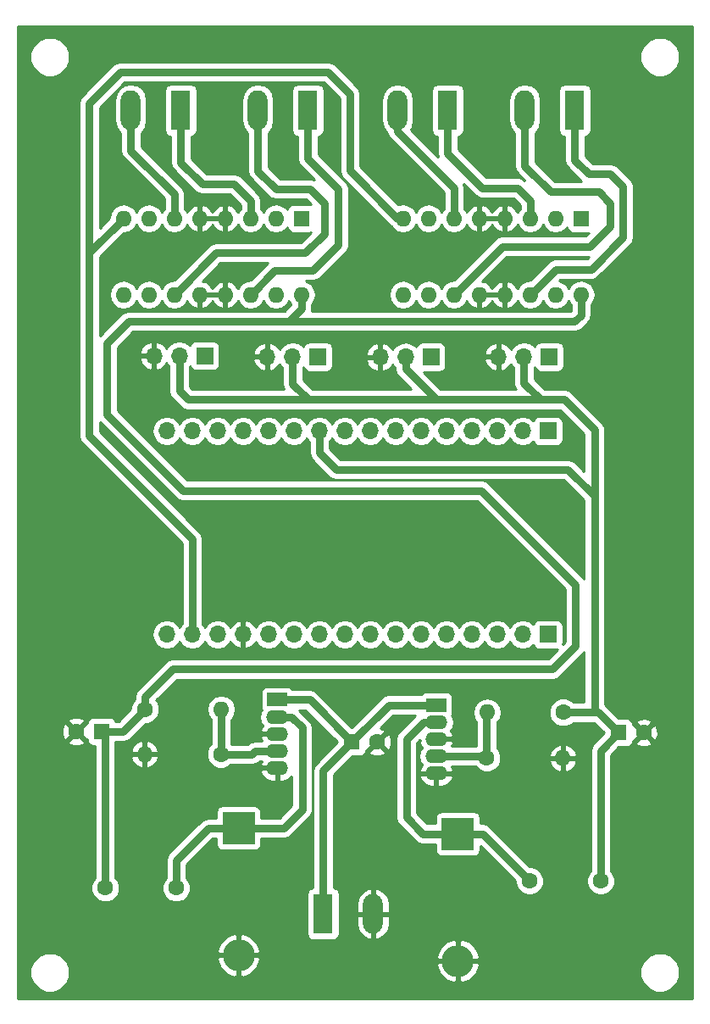
<source format=gtl>
G04 #@! TF.FileFunction,Copper,L1,Top,Signal*
%FSLAX46Y46*%
G04 Gerber Fmt 4.6, Leading zero omitted, Abs format (unit mm)*
G04 Created by KiCad (PCBNEW 4.0.7) date 04/10/18 22:25:08*
%MOMM*%
%LPD*%
G01*
G04 APERTURE LIST*
%ADD10C,0.100000*%
%ADD11O,2.200000X1.400000*%
%ADD12R,2.000000X1.400000*%
%ADD13C,1.600000*%
%ADD14R,1.600000X1.600000*%
%ADD15R,1.980000X3.960000*%
%ADD16O,1.980000X3.960000*%
%ADD17R,1.700000X1.700000*%
%ADD18O,1.700000X1.700000*%
%ADD19O,1.600000X1.600000*%
%ADD20R,3.200000X3.200000*%
%ADD21O,3.200000X3.200000*%
%ADD22C,0.800000*%
%ADD23C,0.254000*%
G04 APERTURE END LIST*
D10*
D11*
X142621000Y-111296500D03*
X142621000Y-109591500D03*
X142621000Y-106181500D03*
D12*
X142621000Y-104476500D03*
D11*
X142621000Y-107886500D03*
D13*
X116649500Y-122745500D03*
X109549500Y-122745500D03*
D14*
X134200900Y-108178600D03*
D13*
X136700900Y-108178600D03*
D14*
X109156500Y-107124500D03*
D13*
X106656500Y-107124500D03*
D14*
X160845500Y-107251500D03*
D13*
X163345500Y-107251500D03*
D11*
X126733300Y-110775800D03*
X126733300Y-109070800D03*
X126733300Y-105660800D03*
D12*
X126733300Y-103955800D03*
D11*
X126733300Y-107365800D03*
D15*
X129794000Y-45085000D03*
D16*
X124794000Y-45085000D03*
D15*
X117094000Y-45085000D03*
D16*
X112094000Y-45085000D03*
D15*
X156464000Y-45085000D03*
D16*
X151464000Y-45085000D03*
D15*
X143764000Y-45085000D03*
D16*
X138764000Y-45085000D03*
D15*
X131318000Y-125349000D03*
D16*
X136318000Y-125349000D03*
D17*
X153797000Y-97434400D03*
D18*
X151257000Y-97434400D03*
X148717000Y-97434400D03*
X146177000Y-97434400D03*
X143637000Y-97434400D03*
X141097000Y-97434400D03*
X138557000Y-97434400D03*
X136017000Y-97434400D03*
X133477000Y-97434400D03*
X130937000Y-97434400D03*
X128397000Y-97434400D03*
X125857000Y-97434400D03*
X123317000Y-97434400D03*
X120777000Y-97434400D03*
X118237000Y-97434400D03*
X115697000Y-97434400D03*
D17*
X153797000Y-77114400D03*
D18*
X151257000Y-77114400D03*
X148717000Y-77114400D03*
X146177000Y-77114400D03*
X143637000Y-77114400D03*
X141097000Y-77114400D03*
X138557000Y-77114400D03*
X136017000Y-77114400D03*
X133477000Y-77114400D03*
X130937000Y-77114400D03*
X128397000Y-77114400D03*
X125857000Y-77114400D03*
X123317000Y-77114400D03*
X120777000Y-77114400D03*
X118237000Y-77114400D03*
X115697000Y-77114400D03*
D13*
X113525300Y-104914700D03*
D19*
X121145300Y-104914700D03*
D13*
X121094500Y-109410500D03*
D19*
X113474500Y-109410500D03*
D14*
X157099000Y-55880000D03*
D19*
X139319000Y-63500000D03*
X154559000Y-55880000D03*
X141859000Y-63500000D03*
X152019000Y-55880000D03*
X144399000Y-63500000D03*
X149479000Y-55880000D03*
X146939000Y-63500000D03*
X146939000Y-55880000D03*
X149479000Y-63500000D03*
X144399000Y-55880000D03*
X152019000Y-63500000D03*
X141859000Y-55880000D03*
X154559000Y-63500000D03*
X139319000Y-55880000D03*
X157099000Y-63500000D03*
D14*
X129159000Y-55880000D03*
D19*
X111379000Y-63500000D03*
X126619000Y-55880000D03*
X113919000Y-63500000D03*
X124079000Y-55880000D03*
X116459000Y-63500000D03*
X121539000Y-55880000D03*
X118999000Y-63500000D03*
X118999000Y-55880000D03*
X121539000Y-63500000D03*
X116459000Y-55880000D03*
X124079000Y-63500000D03*
X113919000Y-55880000D03*
X126619000Y-63500000D03*
X111379000Y-55880000D03*
X129159000Y-63500000D03*
D20*
X144780000Y-117348000D03*
D21*
X144780000Y-130048000D03*
D20*
X122872500Y-116776500D03*
D21*
X122872500Y-129476500D03*
D17*
X119481600Y-69596000D03*
D18*
X116941600Y-69596000D03*
X114401600Y-69596000D03*
D17*
X130810000Y-69697600D03*
D18*
X128270000Y-69697600D03*
X125730000Y-69697600D03*
D17*
X142087600Y-69723000D03*
D18*
X139547600Y-69723000D03*
X137007600Y-69723000D03*
D17*
X153924000Y-69697600D03*
D18*
X151384000Y-69697600D03*
X148844000Y-69697600D03*
D13*
X151955500Y-122047000D03*
X159055500Y-122047000D03*
X155321000Y-105219500D03*
D19*
X147701000Y-105219500D03*
D13*
X147669250Y-109770001D03*
D19*
X155289250Y-109770001D03*
D22*
X142621000Y-104476500D02*
X137903000Y-104476500D01*
X137903000Y-104476500D02*
X134200900Y-108178600D01*
X126733300Y-103955800D02*
X129978100Y-103955800D01*
X129978100Y-103955800D02*
X134200900Y-108178600D01*
X131318000Y-125349000D02*
X131318000Y-111061500D01*
X131318000Y-111061500D02*
X134200900Y-108178600D01*
X113525300Y-104914700D02*
X113525300Y-103644700D01*
X109728000Y-75501500D02*
X109728000Y-68326000D01*
X117284500Y-83058000D02*
X109728000Y-75501500D01*
X147129500Y-83058000D02*
X117284500Y-83058000D01*
X156527500Y-92456000D02*
X147129500Y-83058000D01*
X156527500Y-98615500D02*
X156527500Y-92456000D01*
X154241500Y-100901500D02*
X156527500Y-98615500D01*
X116268500Y-100901500D02*
X154241500Y-100901500D01*
X113525300Y-103644700D02*
X116268500Y-100901500D01*
X109728000Y-68326000D02*
X111887000Y-66167000D01*
X127889000Y-66167000D02*
X111887000Y-66167000D01*
X127889000Y-66167000D02*
X156464000Y-66167000D01*
X156464000Y-66167000D02*
X157099000Y-65532000D01*
X157099000Y-65532000D02*
X157099000Y-63500000D01*
X129159000Y-64897000D02*
X129159000Y-63500000D01*
X127889000Y-66167000D02*
X129159000Y-64897000D01*
X109549500Y-122745500D02*
X109549500Y-107517500D01*
X109549500Y-107517500D02*
X109156500Y-107124500D01*
X109156500Y-107124500D02*
X111315500Y-107124500D01*
X111315500Y-107124500D02*
X113525300Y-104914700D01*
X139547600Y-69723000D02*
X139547600Y-70904100D01*
X139547600Y-70904100D02*
X142621000Y-73977500D01*
X128270000Y-69697600D02*
X128270000Y-72390000D01*
X128270000Y-72390000D02*
X129857500Y-73977500D01*
X151384000Y-69697600D02*
X151384000Y-72326500D01*
X151384000Y-72326500D02*
X153035000Y-73977500D01*
X116941600Y-69596000D02*
X116941600Y-73126600D01*
X158432500Y-76962000D02*
X158432500Y-83629500D01*
X155448000Y-73977500D02*
X158432500Y-76962000D01*
X117792500Y-73977500D02*
X129857500Y-73977500D01*
X129857500Y-73977500D02*
X142621000Y-73977500D01*
X142621000Y-73977500D02*
X153035000Y-73977500D01*
X153035000Y-73977500D02*
X155448000Y-73977500D01*
X116941600Y-73126600D02*
X117792500Y-73977500D01*
X130937000Y-77114400D02*
X130937000Y-79248000D01*
X158432500Y-83629500D02*
X158432500Y-105219500D01*
X155765500Y-80962500D02*
X158432500Y-83629500D01*
X132651500Y-80962500D02*
X155765500Y-80962500D01*
X130937000Y-79248000D02*
X132651500Y-80962500D01*
X155321000Y-105219500D02*
X158432500Y-105219500D01*
X158432500Y-105219500D02*
X158813500Y-105219500D01*
X158813500Y-105219500D02*
X160845500Y-107251500D01*
X159055500Y-122047000D02*
X159055500Y-109041500D01*
X159055500Y-109041500D02*
X160845500Y-107251500D01*
X121094500Y-109410500D02*
X124206000Y-109410500D01*
X124545700Y-109070800D02*
X126733300Y-109070800D01*
X124206000Y-109410500D02*
X124545700Y-109070800D01*
X121145300Y-104914700D02*
X121145300Y-109359700D01*
X121145300Y-109359700D02*
X121094500Y-109410500D01*
X117094000Y-45085000D02*
X117094000Y-50292000D01*
X124079000Y-54102000D02*
X124079000Y-55880000D01*
X122428000Y-52451000D02*
X124079000Y-54102000D01*
X119253000Y-52451000D02*
X122428000Y-52451000D01*
X117094000Y-50292000D02*
X119253000Y-52451000D01*
X112094000Y-45085000D02*
X112094000Y-49102000D01*
X116459000Y-53467000D02*
X116459000Y-55880000D01*
X112094000Y-49102000D02*
X116459000Y-53467000D01*
X124794000Y-45085000D02*
X124794000Y-51134000D01*
X120650000Y-59309000D02*
X116459000Y-63500000D01*
X129540000Y-59309000D02*
X120650000Y-59309000D01*
X131445000Y-57404000D02*
X129540000Y-59309000D01*
X131445000Y-54356000D02*
X131445000Y-57404000D01*
X130048000Y-52959000D02*
X131445000Y-54356000D01*
X126619000Y-52959000D02*
X130048000Y-52959000D01*
X124794000Y-51134000D02*
X126619000Y-52959000D01*
X129794000Y-45085000D02*
X129794000Y-49911000D01*
X126492000Y-61087000D02*
X124079000Y-63500000D01*
X130302000Y-61087000D02*
X126492000Y-61087000D01*
X132842000Y-58547000D02*
X130302000Y-61087000D01*
X132842000Y-52959000D02*
X132842000Y-58547000D01*
X129794000Y-49911000D02*
X132842000Y-52959000D01*
X143764000Y-45085000D02*
X143764000Y-49403000D01*
X152019000Y-54102000D02*
X152019000Y-55880000D01*
X150749000Y-52832000D02*
X152019000Y-54102000D01*
X147193000Y-52832000D02*
X150749000Y-52832000D01*
X143764000Y-49403000D02*
X147193000Y-52832000D01*
X138764000Y-45085000D02*
X138764000Y-47197000D01*
X144399000Y-52832000D02*
X144399000Y-55880000D01*
X138764000Y-47197000D02*
X144399000Y-52832000D01*
X151464000Y-45085000D02*
X151464000Y-50626000D01*
X149225000Y-58674000D02*
X144399000Y-63500000D01*
X157988000Y-58674000D02*
X149225000Y-58674000D01*
X160020000Y-56642000D02*
X157988000Y-58674000D01*
X160020000Y-54356000D02*
X160020000Y-56642000D01*
X158877000Y-53213000D02*
X160020000Y-54356000D01*
X154051000Y-53213000D02*
X158877000Y-53213000D01*
X151464000Y-50626000D02*
X154051000Y-53213000D01*
X154559000Y-60960000D02*
X152019000Y-63500000D01*
X158115000Y-60960000D02*
X154559000Y-60960000D01*
X161290000Y-57785000D02*
X158115000Y-60960000D01*
X161290000Y-52705000D02*
X161290000Y-57785000D01*
X160020000Y-51435000D02*
X161290000Y-52705000D01*
X157861000Y-51435000D02*
X160020000Y-51435000D01*
X156464000Y-50038000D02*
X157861000Y-51435000D01*
X156464000Y-45085000D02*
X156464000Y-50038000D01*
X144780000Y-117348000D02*
X147256500Y-117348000D01*
X147256500Y-117348000D02*
X151955500Y-122047000D01*
X142621000Y-106181500D02*
X141341500Y-106181500D01*
X141287500Y-117348000D02*
X144780000Y-117348000D01*
X139636500Y-115697000D02*
X141287500Y-117348000D01*
X139636500Y-107886500D02*
X139636500Y-115697000D01*
X141341500Y-106181500D02*
X139636500Y-107886500D01*
X116649500Y-122745500D02*
X116649500Y-120015000D01*
X119888000Y-116776500D02*
X122872500Y-116776500D01*
X116649500Y-120015000D02*
X119888000Y-116776500D01*
X126733300Y-105660800D02*
X128139800Y-105660800D01*
X127381000Y-116776500D02*
X122872500Y-116776500D01*
X129222500Y-114935000D02*
X127381000Y-116776500D01*
X129222500Y-106743500D02*
X129222500Y-114935000D01*
X128139800Y-105660800D02*
X129222500Y-106743500D01*
X142621000Y-109591500D02*
X147490749Y-109591500D01*
X147490749Y-109591500D02*
X147669250Y-109770001D01*
X147669250Y-109770001D02*
X147669250Y-105251250D01*
X147669250Y-105251250D02*
X147701000Y-105219500D01*
X139319000Y-55880000D02*
X138747500Y-55880000D01*
X138747500Y-55880000D02*
X133985000Y-51117500D01*
X133985000Y-51117500D02*
X133985000Y-43434000D01*
X133985000Y-43434000D02*
X131826000Y-41275000D01*
X131826000Y-41275000D02*
X111061500Y-41275000D01*
X111061500Y-41275000D02*
X107950000Y-44386500D01*
X107950000Y-44386500D02*
X107950000Y-59309000D01*
X118237000Y-97434400D02*
X118237000Y-87884000D01*
X107950000Y-59309000D02*
X111379000Y-55880000D01*
X107950000Y-77597000D02*
X107950000Y-59309000D01*
X118237000Y-87884000D02*
X107950000Y-77597000D01*
D23*
G36*
X168200000Y-133783000D02*
X100849500Y-133783000D01*
X100849500Y-131584109D01*
X102027657Y-131584109D01*
X102329218Y-132313943D01*
X102887120Y-132872819D01*
X103616427Y-133175654D01*
X104406109Y-133176343D01*
X105135943Y-132874782D01*
X105694819Y-132316880D01*
X105997654Y-131587573D01*
X105998343Y-130797891D01*
X105696782Y-130068057D01*
X105579933Y-129951004D01*
X120688444Y-129951004D01*
X121036280Y-130750687D01*
X121663664Y-131356386D01*
X122397997Y-131660550D01*
X122745500Y-131548862D01*
X122745500Y-129603500D01*
X122999500Y-129603500D01*
X122999500Y-131548862D01*
X123347003Y-131660550D01*
X124081336Y-131356386D01*
X124708720Y-130750687D01*
X124807972Y-130522504D01*
X142595944Y-130522504D01*
X142943780Y-131322187D01*
X143571164Y-131927886D01*
X144305497Y-132232050D01*
X144653000Y-132120362D01*
X144653000Y-130175000D01*
X144907000Y-130175000D01*
X144907000Y-132120362D01*
X145254503Y-132232050D01*
X145988836Y-131927886D01*
X146344920Y-131584109D01*
X162987657Y-131584109D01*
X163289218Y-132313943D01*
X163847120Y-132872819D01*
X164576427Y-133175654D01*
X165366109Y-133176343D01*
X166095943Y-132874782D01*
X166654819Y-132316880D01*
X166957654Y-131587573D01*
X166958343Y-130797891D01*
X166656782Y-130068057D01*
X166098880Y-129509181D01*
X165369573Y-129206346D01*
X164579891Y-129205657D01*
X163850057Y-129507218D01*
X163291181Y-130065120D01*
X162988346Y-130794427D01*
X162987657Y-131584109D01*
X146344920Y-131584109D01*
X146616220Y-131322187D01*
X146964056Y-130522504D01*
X146852645Y-130175000D01*
X144907000Y-130175000D01*
X144653000Y-130175000D01*
X142707355Y-130175000D01*
X142595944Y-130522504D01*
X124807972Y-130522504D01*
X125056556Y-129951004D01*
X124945145Y-129603500D01*
X122999500Y-129603500D01*
X122745500Y-129603500D01*
X120799855Y-129603500D01*
X120688444Y-129951004D01*
X105579933Y-129951004D01*
X105203083Y-129573496D01*
X142595944Y-129573496D01*
X142707355Y-129921000D01*
X144653000Y-129921000D01*
X144653000Y-127975638D01*
X144907000Y-127975638D01*
X144907000Y-129921000D01*
X146852645Y-129921000D01*
X146964056Y-129573496D01*
X146616220Y-128773813D01*
X145988836Y-128168114D01*
X145254503Y-127863950D01*
X144907000Y-127975638D01*
X144653000Y-127975638D01*
X144305497Y-127863950D01*
X143571164Y-128168114D01*
X142943780Y-128773813D01*
X142595944Y-129573496D01*
X105203083Y-129573496D01*
X105138880Y-129509181D01*
X104409573Y-129206346D01*
X103619891Y-129205657D01*
X102890057Y-129507218D01*
X102331181Y-130065120D01*
X102028346Y-130794427D01*
X102027657Y-131584109D01*
X100849500Y-131584109D01*
X100849500Y-129001996D01*
X120688444Y-129001996D01*
X120799855Y-129349500D01*
X122745500Y-129349500D01*
X122745500Y-127404138D01*
X122999500Y-127404138D01*
X122999500Y-129349500D01*
X124945145Y-129349500D01*
X125056556Y-129001996D01*
X124708720Y-128202313D01*
X124081336Y-127596614D01*
X123347003Y-127292450D01*
X122999500Y-127404138D01*
X122745500Y-127404138D01*
X122397997Y-127292450D01*
X121663664Y-127596614D01*
X121036280Y-128202313D01*
X120688444Y-129001996D01*
X100849500Y-129001996D01*
X100849500Y-108132245D01*
X105828361Y-108132245D01*
X105902495Y-108378364D01*
X106439723Y-108571465D01*
X107009954Y-108544278D01*
X107410505Y-108378364D01*
X107484639Y-108132245D01*
X106656500Y-107304105D01*
X105828361Y-108132245D01*
X100849500Y-108132245D01*
X100849500Y-106907723D01*
X105209535Y-106907723D01*
X105236722Y-107477954D01*
X105402636Y-107878505D01*
X105648755Y-107952639D01*
X106476895Y-107124500D01*
X106836105Y-107124500D01*
X107664245Y-107952639D01*
X107711667Y-107938355D01*
X107753338Y-108159817D01*
X107892410Y-108375941D01*
X108104610Y-108520931D01*
X108356500Y-108571940D01*
X108514500Y-108571940D01*
X108514500Y-121751068D01*
X108333676Y-121931577D01*
X108114750Y-122458809D01*
X108114252Y-123029687D01*
X108332257Y-123557300D01*
X108735577Y-123961324D01*
X109262809Y-124180250D01*
X109833687Y-124180748D01*
X110361300Y-123962743D01*
X110765324Y-123559423D01*
X110984250Y-123032191D01*
X110984252Y-123029687D01*
X115214252Y-123029687D01*
X115432257Y-123557300D01*
X115835577Y-123961324D01*
X116362809Y-124180250D01*
X116933687Y-124180748D01*
X117461300Y-123962743D01*
X117865324Y-123559423D01*
X118084250Y-123032191D01*
X118084748Y-122461313D01*
X117866743Y-121933700D01*
X117684500Y-121751139D01*
X117684500Y-120443712D01*
X120316711Y-117811500D01*
X120625060Y-117811500D01*
X120625060Y-118376500D01*
X120669338Y-118611817D01*
X120808410Y-118827941D01*
X121020610Y-118972931D01*
X121272500Y-119023940D01*
X124472500Y-119023940D01*
X124707817Y-118979662D01*
X124923941Y-118840590D01*
X125068931Y-118628390D01*
X125119940Y-118376500D01*
X125119940Y-117811500D01*
X127380995Y-117811500D01*
X127381000Y-117811501D01*
X127777077Y-117732715D01*
X128112856Y-117508356D01*
X129954353Y-115666858D01*
X129954356Y-115666856D01*
X130088849Y-115465571D01*
X130178715Y-115331078D01*
X130257500Y-114935000D01*
X130257500Y-106743505D01*
X130257501Y-106743500D01*
X130178715Y-106347423D01*
X129954356Y-106011644D01*
X128933512Y-104990800D01*
X129549388Y-104990800D01*
X132737189Y-108178600D01*
X130586144Y-110329644D01*
X130361785Y-110665423D01*
X130282999Y-111061500D01*
X130283000Y-111061505D01*
X130283000Y-122730027D01*
X130092683Y-122765838D01*
X129876559Y-122904910D01*
X129731569Y-123117110D01*
X129680560Y-123369000D01*
X129680560Y-127329000D01*
X129724838Y-127564317D01*
X129863910Y-127780441D01*
X130076110Y-127925431D01*
X130328000Y-127976440D01*
X132308000Y-127976440D01*
X132543317Y-127932162D01*
X132759441Y-127793090D01*
X132904431Y-127580890D01*
X132955440Y-127329000D01*
X132955440Y-125476000D01*
X134693000Y-125476000D01*
X134693000Y-126466000D01*
X134865297Y-127078193D01*
X135258754Y-127577851D01*
X135813472Y-127888905D01*
X135939135Y-127919218D01*
X136191000Y-127799740D01*
X136191000Y-125476000D01*
X136445000Y-125476000D01*
X136445000Y-127799740D01*
X136696865Y-127919218D01*
X136822528Y-127888905D01*
X137377246Y-127577851D01*
X137770703Y-127078193D01*
X137943000Y-126466000D01*
X137943000Y-125476000D01*
X136445000Y-125476000D01*
X136191000Y-125476000D01*
X134693000Y-125476000D01*
X132955440Y-125476000D01*
X132955440Y-124232000D01*
X134693000Y-124232000D01*
X134693000Y-125222000D01*
X136191000Y-125222000D01*
X136191000Y-122898260D01*
X136445000Y-122898260D01*
X136445000Y-125222000D01*
X137943000Y-125222000D01*
X137943000Y-124232000D01*
X137770703Y-123619807D01*
X137377246Y-123120149D01*
X136822528Y-122809095D01*
X136696865Y-122778782D01*
X136445000Y-122898260D01*
X136191000Y-122898260D01*
X135939135Y-122778782D01*
X135813472Y-122809095D01*
X135258754Y-123120149D01*
X134865297Y-123619807D01*
X134693000Y-124232000D01*
X132955440Y-124232000D01*
X132955440Y-123369000D01*
X132911162Y-123133683D01*
X132772090Y-122917559D01*
X132559890Y-122772569D01*
X132353000Y-122730673D01*
X132353000Y-111490212D01*
X134217171Y-109626040D01*
X135000900Y-109626040D01*
X135236217Y-109581762D01*
X135452341Y-109442690D01*
X135597331Y-109230490D01*
X135606270Y-109186345D01*
X135872761Y-109186345D01*
X135946895Y-109432464D01*
X136484123Y-109625565D01*
X137054354Y-109598378D01*
X137454905Y-109432464D01*
X137529039Y-109186345D01*
X136700900Y-108358205D01*
X135872761Y-109186345D01*
X135606270Y-109186345D01*
X135645546Y-108992399D01*
X135693155Y-109006739D01*
X136521295Y-108178600D01*
X136880505Y-108178600D01*
X137708645Y-109006739D01*
X137954764Y-108932605D01*
X138147865Y-108395377D01*
X138120678Y-107825146D01*
X137954764Y-107424595D01*
X137708645Y-107350461D01*
X136880505Y-108178600D01*
X136521295Y-108178600D01*
X136507152Y-108164458D01*
X136686758Y-107984852D01*
X136700900Y-107998995D01*
X137529039Y-107170855D01*
X137454905Y-106924736D01*
X137060309Y-106782903D01*
X138331711Y-105511500D01*
X140547789Y-105511500D01*
X138904644Y-107154644D01*
X138680285Y-107490423D01*
X138601499Y-107886500D01*
X138601500Y-107886505D01*
X138601500Y-115696995D01*
X138601499Y-115697000D01*
X138680285Y-116093077D01*
X138904644Y-116428856D01*
X140555642Y-118079853D01*
X140555644Y-118079856D01*
X140891423Y-118304215D01*
X141287500Y-118383001D01*
X141287505Y-118383000D01*
X142532560Y-118383000D01*
X142532560Y-118948000D01*
X142576838Y-119183317D01*
X142715910Y-119399441D01*
X142928110Y-119544431D01*
X143180000Y-119595440D01*
X146380000Y-119595440D01*
X146615317Y-119551162D01*
X146831441Y-119412090D01*
X146976431Y-119199890D01*
X147027440Y-118948000D01*
X147027440Y-118582652D01*
X150520475Y-122075686D01*
X150520252Y-122331187D01*
X150738257Y-122858800D01*
X151141577Y-123262824D01*
X151668809Y-123481750D01*
X152239687Y-123482248D01*
X152767300Y-123264243D01*
X153171324Y-122860923D01*
X153390250Y-122333691D01*
X153390748Y-121762813D01*
X153172743Y-121235200D01*
X152769423Y-120831176D01*
X152242191Y-120612250D01*
X151984236Y-120612025D01*
X147988356Y-116616144D01*
X147652577Y-116391785D01*
X147256500Y-116312999D01*
X147256495Y-116313000D01*
X147027440Y-116313000D01*
X147027440Y-115748000D01*
X146983162Y-115512683D01*
X146844090Y-115296559D01*
X146631890Y-115151569D01*
X146380000Y-115100560D01*
X143180000Y-115100560D01*
X142944683Y-115144838D01*
X142728559Y-115283910D01*
X142583569Y-115496110D01*
X142532560Y-115748000D01*
X142532560Y-116313000D01*
X141716211Y-116313000D01*
X140671500Y-115268288D01*
X140671500Y-111629829D01*
X140928284Y-111629829D01*
X140939020Y-111690050D01*
X141187210Y-112150685D01*
X141592785Y-112481278D01*
X142094000Y-112631500D01*
X142494000Y-112631500D01*
X142494000Y-111423500D01*
X142748000Y-111423500D01*
X142748000Y-112631500D01*
X143148000Y-112631500D01*
X143649215Y-112481278D01*
X144054790Y-112150685D01*
X144302980Y-111690050D01*
X144313716Y-111629829D01*
X144190374Y-111423500D01*
X142748000Y-111423500D01*
X142494000Y-111423500D01*
X141051626Y-111423500D01*
X140928284Y-111629829D01*
X140671500Y-111629829D01*
X140671500Y-108315212D01*
X140973209Y-108013502D01*
X141051625Y-108013502D01*
X140928284Y-108219829D01*
X140939020Y-108280050D01*
X141184333Y-108735345D01*
X140953630Y-109080618D01*
X140852009Y-109591500D01*
X140953630Y-110102382D01*
X141184333Y-110447655D01*
X140939020Y-110902950D01*
X140928284Y-110963171D01*
X141051626Y-111169500D01*
X142494000Y-111169500D01*
X142494000Y-111149500D01*
X142748000Y-111149500D01*
X142748000Y-111169500D01*
X144190374Y-111169500D01*
X144313716Y-110963171D01*
X144302980Y-110902950D01*
X144154029Y-110626500D01*
X146496628Y-110626500D01*
X146855327Y-110985825D01*
X147382559Y-111204751D01*
X147953437Y-111205249D01*
X148481050Y-110987244D01*
X148885074Y-110583924D01*
X149078110Y-110119040D01*
X153897346Y-110119040D01*
X154058209Y-110507424D01*
X154434116Y-110922390D01*
X154940209Y-111161915D01*
X155162250Y-111040630D01*
X155162250Y-109897001D01*
X155416250Y-109897001D01*
X155416250Y-111040630D01*
X155638291Y-111161915D01*
X156144384Y-110922390D01*
X156520291Y-110507424D01*
X156681154Y-110119040D01*
X156559165Y-109897001D01*
X155416250Y-109897001D01*
X155162250Y-109897001D01*
X154019335Y-109897001D01*
X153897346Y-110119040D01*
X149078110Y-110119040D01*
X149104000Y-110056692D01*
X149104498Y-109485814D01*
X149077702Y-109420962D01*
X153897346Y-109420962D01*
X154019335Y-109643001D01*
X155162250Y-109643001D01*
X155162250Y-108499372D01*
X155416250Y-108499372D01*
X155416250Y-109643001D01*
X156559165Y-109643001D01*
X156681154Y-109420962D01*
X156520291Y-109032578D01*
X156144384Y-108617612D01*
X155638291Y-108378087D01*
X155416250Y-108499372D01*
X155162250Y-108499372D01*
X154940209Y-108378087D01*
X154434116Y-108617612D01*
X154058209Y-109032578D01*
X153897346Y-109420962D01*
X149077702Y-109420962D01*
X148886493Y-108958201D01*
X148704250Y-108775640D01*
X148704250Y-106260632D01*
X148743811Y-106234198D01*
X149054880Y-105768651D01*
X149164113Y-105219500D01*
X149054880Y-104670349D01*
X148743811Y-104204802D01*
X148278264Y-103893733D01*
X147729113Y-103784500D01*
X147672887Y-103784500D01*
X147123736Y-103893733D01*
X146658189Y-104204802D01*
X146347120Y-104670349D01*
X146237887Y-105219500D01*
X146347120Y-105768651D01*
X146634250Y-106198371D01*
X146634250Y-108556500D01*
X144154029Y-108556500D01*
X144302980Y-108280050D01*
X144313716Y-108219829D01*
X144190374Y-108013500D01*
X142748000Y-108013500D01*
X142748000Y-108033500D01*
X142494000Y-108033500D01*
X142494000Y-108013500D01*
X142474000Y-108013500D01*
X142474000Y-107759500D01*
X142494000Y-107759500D01*
X142494000Y-107739500D01*
X142748000Y-107739500D01*
X142748000Y-107759500D01*
X144190374Y-107759500D01*
X144313716Y-107553171D01*
X144302980Y-107492950D01*
X144057667Y-107037655D01*
X144288370Y-106692382D01*
X144389991Y-106181500D01*
X144288370Y-105670618D01*
X144171467Y-105495660D01*
X144217431Y-105428390D01*
X144268440Y-105176500D01*
X144268440Y-103776500D01*
X144224162Y-103541183D01*
X144085090Y-103325059D01*
X143872890Y-103180069D01*
X143621000Y-103129060D01*
X141621000Y-103129060D01*
X141385683Y-103173338D01*
X141169559Y-103312410D01*
X141081356Y-103441500D01*
X137903005Y-103441500D01*
X137903000Y-103441499D01*
X137506923Y-103520285D01*
X137171144Y-103744644D01*
X137171142Y-103744647D01*
X134200900Y-106714889D01*
X130709956Y-103223944D01*
X130374177Y-102999585D01*
X129978100Y-102920799D01*
X129978095Y-102920800D01*
X128272318Y-102920800D01*
X128197390Y-102804359D01*
X127985190Y-102659369D01*
X127733300Y-102608360D01*
X125733300Y-102608360D01*
X125497983Y-102652638D01*
X125281859Y-102791710D01*
X125136869Y-103003910D01*
X125085860Y-103255800D01*
X125085860Y-104655800D01*
X125130138Y-104891117D01*
X125183473Y-104974002D01*
X125065930Y-105149918D01*
X124964309Y-105660800D01*
X125065930Y-106171682D01*
X125296633Y-106516955D01*
X125051320Y-106972250D01*
X125040584Y-107032471D01*
X125163926Y-107238800D01*
X126606300Y-107238800D01*
X126606300Y-107218800D01*
X126860300Y-107218800D01*
X126860300Y-107238800D01*
X126880300Y-107238800D01*
X126880300Y-107492800D01*
X126860300Y-107492800D01*
X126860300Y-107512800D01*
X126606300Y-107512800D01*
X126606300Y-107492800D01*
X125163926Y-107492800D01*
X125040584Y-107699129D01*
X125051320Y-107759350D01*
X125200271Y-108035800D01*
X124545700Y-108035800D01*
X124149622Y-108114585D01*
X124053817Y-108178600D01*
X123813844Y-108338944D01*
X123813842Y-108338947D01*
X123777289Y-108375500D01*
X122180300Y-108375500D01*
X122180300Y-105934617D01*
X122188111Y-105929398D01*
X122499180Y-105463851D01*
X122608413Y-104914700D01*
X122499180Y-104365549D01*
X122188111Y-103900002D01*
X121722564Y-103588933D01*
X121173413Y-103479700D01*
X121117187Y-103479700D01*
X120568036Y-103588933D01*
X120102489Y-103900002D01*
X119791420Y-104365549D01*
X119682187Y-104914700D01*
X119791420Y-105463851D01*
X120102489Y-105929398D01*
X120110300Y-105934617D01*
X120110300Y-108365357D01*
X119878676Y-108596577D01*
X119659750Y-109123809D01*
X119659252Y-109694687D01*
X119877257Y-110222300D01*
X120280577Y-110626324D01*
X120807809Y-110845250D01*
X121378687Y-110845748D01*
X121906300Y-110627743D01*
X122088861Y-110445500D01*
X124205995Y-110445500D01*
X124206000Y-110445501D01*
X124602077Y-110366715D01*
X124937856Y-110142356D01*
X124974412Y-110105800D01*
X125200271Y-110105800D01*
X125051320Y-110382250D01*
X125040584Y-110442471D01*
X125163926Y-110648800D01*
X126606300Y-110648800D01*
X126606300Y-110628800D01*
X126860300Y-110628800D01*
X126860300Y-110648800D01*
X126880300Y-110648800D01*
X126880300Y-110902800D01*
X126860300Y-110902800D01*
X126860300Y-112110800D01*
X127260300Y-112110800D01*
X127761515Y-111960578D01*
X128167090Y-111629985D01*
X128187500Y-111592105D01*
X128187500Y-114506289D01*
X126952288Y-115741500D01*
X125119940Y-115741500D01*
X125119940Y-115176500D01*
X125075662Y-114941183D01*
X124936590Y-114725059D01*
X124724390Y-114580069D01*
X124472500Y-114529060D01*
X121272500Y-114529060D01*
X121037183Y-114573338D01*
X120821059Y-114712410D01*
X120676069Y-114924610D01*
X120625060Y-115176500D01*
X120625060Y-115741500D01*
X119888005Y-115741500D01*
X119888000Y-115741499D01*
X119491923Y-115820285D01*
X119156144Y-116044644D01*
X119156142Y-116044647D01*
X115917644Y-119283144D01*
X115693285Y-119618923D01*
X115614499Y-120015000D01*
X115614500Y-120015005D01*
X115614500Y-121751068D01*
X115433676Y-121931577D01*
X115214750Y-122458809D01*
X115214252Y-123029687D01*
X110984252Y-123029687D01*
X110984748Y-122461313D01*
X110766743Y-121933700D01*
X110584500Y-121751139D01*
X110584500Y-111109129D01*
X125040584Y-111109129D01*
X125051320Y-111169350D01*
X125299510Y-111629985D01*
X125705085Y-111960578D01*
X126206300Y-112110800D01*
X126606300Y-112110800D01*
X126606300Y-110902800D01*
X125163926Y-110902800D01*
X125040584Y-111109129D01*
X110584500Y-111109129D01*
X110584500Y-109759539D01*
X112082596Y-109759539D01*
X112243459Y-110147923D01*
X112619366Y-110562889D01*
X113125459Y-110802414D01*
X113347500Y-110681129D01*
X113347500Y-109537500D01*
X113601500Y-109537500D01*
X113601500Y-110681129D01*
X113823541Y-110802414D01*
X114329634Y-110562889D01*
X114705541Y-110147923D01*
X114866404Y-109759539D01*
X114744415Y-109537500D01*
X113601500Y-109537500D01*
X113347500Y-109537500D01*
X112204585Y-109537500D01*
X112082596Y-109759539D01*
X110584500Y-109759539D01*
X110584500Y-109061461D01*
X112082596Y-109061461D01*
X112204585Y-109283500D01*
X113347500Y-109283500D01*
X113347500Y-108139871D01*
X113601500Y-108139871D01*
X113601500Y-109283500D01*
X114744415Y-109283500D01*
X114866404Y-109061461D01*
X114705541Y-108673077D01*
X114329634Y-108258111D01*
X113823541Y-108018586D01*
X113601500Y-108139871D01*
X113347500Y-108139871D01*
X113125459Y-108018586D01*
X112619366Y-108258111D01*
X112243459Y-108673077D01*
X112082596Y-109061461D01*
X110584500Y-109061461D01*
X110584500Y-108159500D01*
X111315495Y-108159500D01*
X111315500Y-108159501D01*
X111711577Y-108080715D01*
X112047356Y-107856356D01*
X113553986Y-106349725D01*
X113809487Y-106349948D01*
X114337100Y-106131943D01*
X114741124Y-105728623D01*
X114960050Y-105201391D01*
X114960548Y-104630513D01*
X114742543Y-104102900D01*
X114636770Y-103996942D01*
X116697211Y-101936500D01*
X154241495Y-101936500D01*
X154241500Y-101936501D01*
X154637577Y-101857715D01*
X154973356Y-101633356D01*
X157259353Y-99347358D01*
X157259356Y-99347356D01*
X157393849Y-99146071D01*
X157397500Y-99140608D01*
X157397500Y-104184500D01*
X156315432Y-104184500D01*
X156134923Y-104003676D01*
X155607691Y-103784750D01*
X155036813Y-103784252D01*
X154509200Y-104002257D01*
X154105176Y-104405577D01*
X153886250Y-104932809D01*
X153885752Y-105503687D01*
X154103757Y-106031300D01*
X154507077Y-106435324D01*
X155034309Y-106654250D01*
X155605187Y-106654748D01*
X156132800Y-106436743D01*
X156315361Y-106254500D01*
X158384788Y-106254500D01*
X159381789Y-107251500D01*
X158323644Y-108309644D01*
X158099285Y-108645423D01*
X158020499Y-109041500D01*
X158020500Y-109041505D01*
X158020500Y-121052568D01*
X157839676Y-121233077D01*
X157620750Y-121760309D01*
X157620252Y-122331187D01*
X157838257Y-122858800D01*
X158241577Y-123262824D01*
X158768809Y-123481750D01*
X159339687Y-123482248D01*
X159867300Y-123264243D01*
X160271324Y-122860923D01*
X160490250Y-122333691D01*
X160490748Y-121762813D01*
X160272743Y-121235200D01*
X160090500Y-121052639D01*
X160090500Y-109470212D01*
X160861771Y-108698940D01*
X161645500Y-108698940D01*
X161880817Y-108654662D01*
X162096941Y-108515590D01*
X162241931Y-108303390D01*
X162250870Y-108259245D01*
X162517361Y-108259245D01*
X162591495Y-108505364D01*
X163128723Y-108698465D01*
X163698954Y-108671278D01*
X164099505Y-108505364D01*
X164173639Y-108259245D01*
X163345500Y-107431105D01*
X162517361Y-108259245D01*
X162250870Y-108259245D01*
X162290146Y-108065299D01*
X162337755Y-108079639D01*
X163165895Y-107251500D01*
X163525105Y-107251500D01*
X164353245Y-108079639D01*
X164599364Y-108005505D01*
X164792465Y-107468277D01*
X164765278Y-106898046D01*
X164599364Y-106497495D01*
X164353245Y-106423361D01*
X163525105Y-107251500D01*
X163165895Y-107251500D01*
X162337755Y-106423361D01*
X162290333Y-106437645D01*
X162253851Y-106243755D01*
X162517361Y-106243755D01*
X163345500Y-107071895D01*
X164173639Y-106243755D01*
X164099505Y-105997636D01*
X163562277Y-105804535D01*
X162992046Y-105831722D01*
X162591495Y-105997636D01*
X162517361Y-106243755D01*
X162253851Y-106243755D01*
X162248662Y-106216183D01*
X162109590Y-106000059D01*
X161897390Y-105855069D01*
X161645500Y-105804060D01*
X160861771Y-105804060D01*
X159545356Y-104487644D01*
X159467500Y-104435623D01*
X159467500Y-83629505D01*
X159467501Y-83629500D01*
X159467500Y-83629495D01*
X159467500Y-76962000D01*
X159448234Y-76865144D01*
X159388715Y-76565922D01*
X159266186Y-76382544D01*
X159164356Y-76230144D01*
X159164353Y-76230142D01*
X156179856Y-73245644D01*
X155844077Y-73021285D01*
X155448000Y-72942499D01*
X155447995Y-72942500D01*
X153463711Y-72942500D01*
X152419000Y-71897788D01*
X152419000Y-70786806D01*
X152434054Y-70776747D01*
X152461850Y-70735148D01*
X152470838Y-70782917D01*
X152609910Y-70999041D01*
X152822110Y-71144031D01*
X153074000Y-71195040D01*
X154774000Y-71195040D01*
X155009317Y-71150762D01*
X155225441Y-71011690D01*
X155370431Y-70799490D01*
X155421440Y-70547600D01*
X155421440Y-68847600D01*
X155377162Y-68612283D01*
X155238090Y-68396159D01*
X155025890Y-68251169D01*
X154774000Y-68200160D01*
X153074000Y-68200160D01*
X152838683Y-68244438D01*
X152622559Y-68383510D01*
X152477569Y-68595710D01*
X152463914Y-68663141D01*
X152434054Y-68618453D01*
X151952285Y-68296546D01*
X151384000Y-68183507D01*
X150815715Y-68296546D01*
X150333946Y-68618453D01*
X150106298Y-68959153D01*
X150039183Y-68816242D01*
X149610924Y-68425955D01*
X149200890Y-68256124D01*
X148971000Y-68377445D01*
X148971000Y-69570600D01*
X148991000Y-69570600D01*
X148991000Y-69824600D01*
X148971000Y-69824600D01*
X148971000Y-71017755D01*
X149200890Y-71139076D01*
X149610924Y-70969245D01*
X150039183Y-70578958D01*
X150106298Y-70436047D01*
X150333946Y-70776747D01*
X150349000Y-70786806D01*
X150349000Y-72326495D01*
X150348999Y-72326500D01*
X150427785Y-72722577D01*
X150574732Y-72942500D01*
X143049711Y-72942500D01*
X141327652Y-71220440D01*
X142937600Y-71220440D01*
X143172917Y-71176162D01*
X143389041Y-71037090D01*
X143534031Y-70824890D01*
X143585040Y-70573000D01*
X143585040Y-70054492D01*
X147402514Y-70054492D01*
X147648817Y-70578958D01*
X148077076Y-70969245D01*
X148487110Y-71139076D01*
X148717000Y-71017755D01*
X148717000Y-69824600D01*
X147523181Y-69824600D01*
X147402514Y-70054492D01*
X143585040Y-70054492D01*
X143585040Y-69340708D01*
X147402514Y-69340708D01*
X147523181Y-69570600D01*
X148717000Y-69570600D01*
X148717000Y-68377445D01*
X148487110Y-68256124D01*
X148077076Y-68425955D01*
X147648817Y-68816242D01*
X147402514Y-69340708D01*
X143585040Y-69340708D01*
X143585040Y-68873000D01*
X143540762Y-68637683D01*
X143401690Y-68421559D01*
X143189490Y-68276569D01*
X142937600Y-68225560D01*
X141237600Y-68225560D01*
X141002283Y-68269838D01*
X140786159Y-68408910D01*
X140641169Y-68621110D01*
X140627514Y-68688541D01*
X140597654Y-68643853D01*
X140115885Y-68321946D01*
X139547600Y-68208907D01*
X138979315Y-68321946D01*
X138497546Y-68643853D01*
X138269898Y-68984553D01*
X138202783Y-68841642D01*
X137774524Y-68451355D01*
X137364490Y-68281524D01*
X137134600Y-68402845D01*
X137134600Y-69596000D01*
X137154600Y-69596000D01*
X137154600Y-69850000D01*
X137134600Y-69850000D01*
X137134600Y-71043155D01*
X137364490Y-71164476D01*
X137774524Y-70994645D01*
X138202783Y-70604358D01*
X138269898Y-70461447D01*
X138497546Y-70802147D01*
X138512600Y-70812206D01*
X138512600Y-70904095D01*
X138512599Y-70904100D01*
X138591385Y-71300177D01*
X138815744Y-71635956D01*
X140122288Y-72942500D01*
X130286211Y-72942500D01*
X129305000Y-71961288D01*
X129305000Y-70786806D01*
X129320054Y-70776747D01*
X129347850Y-70735148D01*
X129356838Y-70782917D01*
X129495910Y-70999041D01*
X129708110Y-71144031D01*
X129960000Y-71195040D01*
X131660000Y-71195040D01*
X131895317Y-71150762D01*
X132111441Y-71011690D01*
X132256431Y-70799490D01*
X132307440Y-70547600D01*
X132307440Y-70079892D01*
X135566114Y-70079892D01*
X135812417Y-70604358D01*
X136240676Y-70994645D01*
X136650710Y-71164476D01*
X136880600Y-71043155D01*
X136880600Y-69850000D01*
X135686781Y-69850000D01*
X135566114Y-70079892D01*
X132307440Y-70079892D01*
X132307440Y-69366108D01*
X135566114Y-69366108D01*
X135686781Y-69596000D01*
X136880600Y-69596000D01*
X136880600Y-68402845D01*
X136650710Y-68281524D01*
X136240676Y-68451355D01*
X135812417Y-68841642D01*
X135566114Y-69366108D01*
X132307440Y-69366108D01*
X132307440Y-68847600D01*
X132263162Y-68612283D01*
X132124090Y-68396159D01*
X131911890Y-68251169D01*
X131660000Y-68200160D01*
X129960000Y-68200160D01*
X129724683Y-68244438D01*
X129508559Y-68383510D01*
X129363569Y-68595710D01*
X129349914Y-68663141D01*
X129320054Y-68618453D01*
X128838285Y-68296546D01*
X128270000Y-68183507D01*
X127701715Y-68296546D01*
X127219946Y-68618453D01*
X126992298Y-68959153D01*
X126925183Y-68816242D01*
X126496924Y-68425955D01*
X126086890Y-68256124D01*
X125857000Y-68377445D01*
X125857000Y-69570600D01*
X125877000Y-69570600D01*
X125877000Y-69824600D01*
X125857000Y-69824600D01*
X125857000Y-71017755D01*
X126086890Y-71139076D01*
X126496924Y-70969245D01*
X126925183Y-70578958D01*
X126992298Y-70436047D01*
X127219946Y-70776747D01*
X127235000Y-70786806D01*
X127235000Y-72389995D01*
X127234999Y-72390000D01*
X127313785Y-72786077D01*
X127418303Y-72942500D01*
X118221211Y-72942500D01*
X117976600Y-72697888D01*
X117976600Y-70685206D01*
X117991654Y-70675147D01*
X118019450Y-70633548D01*
X118028438Y-70681317D01*
X118167510Y-70897441D01*
X118379710Y-71042431D01*
X118631600Y-71093440D01*
X120331600Y-71093440D01*
X120566917Y-71049162D01*
X120783041Y-70910090D01*
X120928031Y-70697890D01*
X120979040Y-70446000D01*
X120979040Y-70054492D01*
X124288514Y-70054492D01*
X124534817Y-70578958D01*
X124963076Y-70969245D01*
X125373110Y-71139076D01*
X125603000Y-71017755D01*
X125603000Y-69824600D01*
X124409181Y-69824600D01*
X124288514Y-70054492D01*
X120979040Y-70054492D01*
X120979040Y-69340708D01*
X124288514Y-69340708D01*
X124409181Y-69570600D01*
X125603000Y-69570600D01*
X125603000Y-68377445D01*
X125373110Y-68256124D01*
X124963076Y-68425955D01*
X124534817Y-68816242D01*
X124288514Y-69340708D01*
X120979040Y-69340708D01*
X120979040Y-68746000D01*
X120934762Y-68510683D01*
X120795690Y-68294559D01*
X120583490Y-68149569D01*
X120331600Y-68098560D01*
X118631600Y-68098560D01*
X118396283Y-68142838D01*
X118180159Y-68281910D01*
X118035169Y-68494110D01*
X118021514Y-68561541D01*
X117991654Y-68516853D01*
X117509885Y-68194946D01*
X116941600Y-68081907D01*
X116373315Y-68194946D01*
X115891546Y-68516853D01*
X115663898Y-68857553D01*
X115596783Y-68714642D01*
X115168524Y-68324355D01*
X114758490Y-68154524D01*
X114528600Y-68275845D01*
X114528600Y-69469000D01*
X114548600Y-69469000D01*
X114548600Y-69723000D01*
X114528600Y-69723000D01*
X114528600Y-70916155D01*
X114758490Y-71037476D01*
X115168524Y-70867645D01*
X115596783Y-70477358D01*
X115663898Y-70334447D01*
X115891546Y-70675147D01*
X115906600Y-70685206D01*
X115906600Y-73126595D01*
X115906599Y-73126600D01*
X115985385Y-73522677D01*
X116209744Y-73858456D01*
X117060642Y-74709353D01*
X117060644Y-74709356D01*
X117261929Y-74843849D01*
X117396422Y-74933715D01*
X117792500Y-75012500D01*
X129857495Y-75012500D01*
X129857500Y-75012501D01*
X129857505Y-75012500D01*
X142620995Y-75012500D01*
X142621000Y-75012501D01*
X142621005Y-75012500D01*
X153034995Y-75012500D01*
X153035000Y-75012501D01*
X153035005Y-75012500D01*
X155019288Y-75012500D01*
X157397500Y-77390711D01*
X157397500Y-81130788D01*
X156497356Y-80230644D01*
X156161577Y-80006285D01*
X155765500Y-79927499D01*
X155765495Y-79927500D01*
X133080211Y-79927500D01*
X131972000Y-78819288D01*
X131972000Y-78203606D01*
X131987054Y-78193547D01*
X132207000Y-77864374D01*
X132426946Y-78193547D01*
X132908715Y-78515454D01*
X133477000Y-78628493D01*
X134045285Y-78515454D01*
X134527054Y-78193547D01*
X134747000Y-77864374D01*
X134966946Y-78193547D01*
X135448715Y-78515454D01*
X136017000Y-78628493D01*
X136585285Y-78515454D01*
X137067054Y-78193547D01*
X137287000Y-77864374D01*
X137506946Y-78193547D01*
X137988715Y-78515454D01*
X138557000Y-78628493D01*
X139125285Y-78515454D01*
X139607054Y-78193547D01*
X139827000Y-77864374D01*
X140046946Y-78193547D01*
X140528715Y-78515454D01*
X141097000Y-78628493D01*
X141665285Y-78515454D01*
X142147054Y-78193547D01*
X142367000Y-77864374D01*
X142586946Y-78193547D01*
X143068715Y-78515454D01*
X143637000Y-78628493D01*
X144205285Y-78515454D01*
X144687054Y-78193547D01*
X144907000Y-77864374D01*
X145126946Y-78193547D01*
X145608715Y-78515454D01*
X146177000Y-78628493D01*
X146745285Y-78515454D01*
X147227054Y-78193547D01*
X147447000Y-77864374D01*
X147666946Y-78193547D01*
X148148715Y-78515454D01*
X148717000Y-78628493D01*
X149285285Y-78515454D01*
X149767054Y-78193547D01*
X149987000Y-77864374D01*
X150206946Y-78193547D01*
X150688715Y-78515454D01*
X151257000Y-78628493D01*
X151825285Y-78515454D01*
X152307054Y-78193547D01*
X152334850Y-78151948D01*
X152343838Y-78199717D01*
X152482910Y-78415841D01*
X152695110Y-78560831D01*
X152947000Y-78611840D01*
X154647000Y-78611840D01*
X154882317Y-78567562D01*
X155098441Y-78428490D01*
X155243431Y-78216290D01*
X155294440Y-77964400D01*
X155294440Y-76264400D01*
X155250162Y-76029083D01*
X155111090Y-75812959D01*
X154898890Y-75667969D01*
X154647000Y-75616960D01*
X152947000Y-75616960D01*
X152711683Y-75661238D01*
X152495559Y-75800310D01*
X152350569Y-76012510D01*
X152336914Y-76079941D01*
X152307054Y-76035253D01*
X151825285Y-75713346D01*
X151257000Y-75600307D01*
X150688715Y-75713346D01*
X150206946Y-76035253D01*
X149987000Y-76364426D01*
X149767054Y-76035253D01*
X149285285Y-75713346D01*
X148717000Y-75600307D01*
X148148715Y-75713346D01*
X147666946Y-76035253D01*
X147447000Y-76364426D01*
X147227054Y-76035253D01*
X146745285Y-75713346D01*
X146177000Y-75600307D01*
X145608715Y-75713346D01*
X145126946Y-76035253D01*
X144907000Y-76364426D01*
X144687054Y-76035253D01*
X144205285Y-75713346D01*
X143637000Y-75600307D01*
X143068715Y-75713346D01*
X142586946Y-76035253D01*
X142367000Y-76364426D01*
X142147054Y-76035253D01*
X141665285Y-75713346D01*
X141097000Y-75600307D01*
X140528715Y-75713346D01*
X140046946Y-76035253D01*
X139827000Y-76364426D01*
X139607054Y-76035253D01*
X139125285Y-75713346D01*
X138557000Y-75600307D01*
X137988715Y-75713346D01*
X137506946Y-76035253D01*
X137287000Y-76364426D01*
X137067054Y-76035253D01*
X136585285Y-75713346D01*
X136017000Y-75600307D01*
X135448715Y-75713346D01*
X134966946Y-76035253D01*
X134747000Y-76364426D01*
X134527054Y-76035253D01*
X134045285Y-75713346D01*
X133477000Y-75600307D01*
X132908715Y-75713346D01*
X132426946Y-76035253D01*
X132207000Y-76364426D01*
X131987054Y-76035253D01*
X131505285Y-75713346D01*
X130937000Y-75600307D01*
X130368715Y-75713346D01*
X129886946Y-76035253D01*
X129667000Y-76364426D01*
X129447054Y-76035253D01*
X128965285Y-75713346D01*
X128397000Y-75600307D01*
X127828715Y-75713346D01*
X127346946Y-76035253D01*
X127127000Y-76364426D01*
X126907054Y-76035253D01*
X126425285Y-75713346D01*
X125857000Y-75600307D01*
X125288715Y-75713346D01*
X124806946Y-76035253D01*
X124587000Y-76364426D01*
X124367054Y-76035253D01*
X123885285Y-75713346D01*
X123317000Y-75600307D01*
X122748715Y-75713346D01*
X122266946Y-76035253D01*
X122047000Y-76364426D01*
X121827054Y-76035253D01*
X121345285Y-75713346D01*
X120777000Y-75600307D01*
X120208715Y-75713346D01*
X119726946Y-76035253D01*
X119507000Y-76364426D01*
X119287054Y-76035253D01*
X118805285Y-75713346D01*
X118237000Y-75600307D01*
X117668715Y-75713346D01*
X117186946Y-76035253D01*
X116967000Y-76364426D01*
X116747054Y-76035253D01*
X116265285Y-75713346D01*
X115697000Y-75600307D01*
X115128715Y-75713346D01*
X114646946Y-76035253D01*
X114325039Y-76517022D01*
X114212000Y-77085307D01*
X114212000Y-77143493D01*
X114325039Y-77711778D01*
X114646946Y-78193547D01*
X115128715Y-78515454D01*
X115697000Y-78628493D01*
X116265285Y-78515454D01*
X116747054Y-78193547D01*
X116967000Y-77864374D01*
X117186946Y-78193547D01*
X117668715Y-78515454D01*
X118237000Y-78628493D01*
X118805285Y-78515454D01*
X119287054Y-78193547D01*
X119507000Y-77864374D01*
X119726946Y-78193547D01*
X120208715Y-78515454D01*
X120777000Y-78628493D01*
X121345285Y-78515454D01*
X121827054Y-78193547D01*
X122047000Y-77864374D01*
X122266946Y-78193547D01*
X122748715Y-78515454D01*
X123317000Y-78628493D01*
X123885285Y-78515454D01*
X124367054Y-78193547D01*
X124587000Y-77864374D01*
X124806946Y-78193547D01*
X125288715Y-78515454D01*
X125857000Y-78628493D01*
X126425285Y-78515454D01*
X126907054Y-78193547D01*
X127127000Y-77864374D01*
X127346946Y-78193547D01*
X127828715Y-78515454D01*
X128397000Y-78628493D01*
X128965285Y-78515454D01*
X129447054Y-78193547D01*
X129667000Y-77864374D01*
X129886946Y-78193547D01*
X129902000Y-78203606D01*
X129902000Y-79247995D01*
X129901999Y-79248000D01*
X129980785Y-79644077D01*
X130205144Y-79979856D01*
X131919642Y-81694353D01*
X131919644Y-81694356D01*
X132255423Y-81918715D01*
X132651500Y-81997501D01*
X132651505Y-81997500D01*
X155336788Y-81997500D01*
X157397500Y-84058211D01*
X157397500Y-91930892D01*
X157259356Y-91724144D01*
X157259353Y-91724142D01*
X147861356Y-82326144D01*
X147525577Y-82101785D01*
X147129500Y-82022999D01*
X147129495Y-82023000D01*
X117713211Y-82023000D01*
X110763000Y-75072788D01*
X110763000Y-69952892D01*
X112960114Y-69952892D01*
X113206417Y-70477358D01*
X113634676Y-70867645D01*
X114044710Y-71037476D01*
X114274600Y-70916155D01*
X114274600Y-69723000D01*
X113080781Y-69723000D01*
X112960114Y-69952892D01*
X110763000Y-69952892D01*
X110763000Y-69239108D01*
X112960114Y-69239108D01*
X113080781Y-69469000D01*
X114274600Y-69469000D01*
X114274600Y-68275845D01*
X114044710Y-68154524D01*
X113634676Y-68324355D01*
X113206417Y-68714642D01*
X112960114Y-69239108D01*
X110763000Y-69239108D01*
X110763000Y-68754712D01*
X112315711Y-67202000D01*
X127888995Y-67202000D01*
X127889000Y-67202001D01*
X127889005Y-67202000D01*
X156463995Y-67202000D01*
X156464000Y-67202001D01*
X156860077Y-67123215D01*
X157195856Y-66898856D01*
X157830853Y-66263858D01*
X157830856Y-66263856D01*
X158055215Y-65928077D01*
X158086475Y-65770923D01*
X158134001Y-65532000D01*
X158134000Y-65531995D01*
X158134000Y-64512427D01*
X158424767Y-64077264D01*
X158534000Y-63528113D01*
X158534000Y-63471887D01*
X158424767Y-62922736D01*
X158113698Y-62457189D01*
X157648151Y-62146120D01*
X157099000Y-62036887D01*
X156549849Y-62146120D01*
X156084302Y-62457189D01*
X155829000Y-62839275D01*
X155573698Y-62457189D01*
X155108151Y-62146120D01*
X154881646Y-62101065D01*
X154987711Y-61995000D01*
X158114995Y-61995000D01*
X158115000Y-61995001D01*
X158511077Y-61916215D01*
X158846856Y-61691856D01*
X162021853Y-58516858D01*
X162021856Y-58516856D01*
X162246215Y-58181077D01*
X162255210Y-58135855D01*
X162325001Y-57785000D01*
X162325000Y-57784995D01*
X162325000Y-52705005D01*
X162325001Y-52705000D01*
X162246215Y-52308922D01*
X162106714Y-52100144D01*
X162021856Y-51973144D01*
X162021853Y-51973142D01*
X160751856Y-50703144D01*
X160416077Y-50478785D01*
X160020000Y-50399999D01*
X160019995Y-50400000D01*
X158289711Y-50400000D01*
X157499000Y-49609288D01*
X157499000Y-47703973D01*
X157689317Y-47668162D01*
X157905441Y-47529090D01*
X158050431Y-47316890D01*
X158101440Y-47065000D01*
X158101440Y-43105000D01*
X158057162Y-42869683D01*
X157918090Y-42653559D01*
X157705890Y-42508569D01*
X157454000Y-42457560D01*
X155474000Y-42457560D01*
X155238683Y-42501838D01*
X155022559Y-42640910D01*
X154877569Y-42853110D01*
X154826560Y-43105000D01*
X154826560Y-47065000D01*
X154870838Y-47300317D01*
X155009910Y-47516441D01*
X155222110Y-47661431D01*
X155429000Y-47703327D01*
X155429000Y-50037995D01*
X155428999Y-50038000D01*
X155507785Y-50434077D01*
X155732144Y-50769856D01*
X157129142Y-52166853D01*
X157129144Y-52166856D01*
X157145822Y-52178000D01*
X154479711Y-52178000D01*
X152499000Y-50197288D01*
X152499000Y-47351485D01*
X152613049Y-47275280D01*
X152965304Y-46748092D01*
X153089000Y-46126231D01*
X153089000Y-44043769D01*
X152965304Y-43421908D01*
X152613049Y-42894720D01*
X152085861Y-42542465D01*
X151464000Y-42418769D01*
X150842139Y-42542465D01*
X150314951Y-42894720D01*
X149962696Y-43421908D01*
X149839000Y-44043769D01*
X149839000Y-46126231D01*
X149962696Y-46748092D01*
X150314951Y-47275280D01*
X150429000Y-47351485D01*
X150429000Y-50625995D01*
X150428999Y-50626000D01*
X150507785Y-51022077D01*
X150732144Y-51357856D01*
X151461497Y-52087209D01*
X151145077Y-51875785D01*
X150749000Y-51796999D01*
X150748995Y-51797000D01*
X147621711Y-51797000D01*
X144799000Y-48974288D01*
X144799000Y-47703973D01*
X144989317Y-47668162D01*
X145205441Y-47529090D01*
X145350431Y-47316890D01*
X145401440Y-47065000D01*
X145401440Y-43105000D01*
X145357162Y-42869683D01*
X145218090Y-42653559D01*
X145005890Y-42508569D01*
X144754000Y-42457560D01*
X142774000Y-42457560D01*
X142538683Y-42501838D01*
X142322559Y-42640910D01*
X142177569Y-42853110D01*
X142126560Y-43105000D01*
X142126560Y-47065000D01*
X142170838Y-47300317D01*
X142309910Y-47516441D01*
X142522110Y-47661431D01*
X142729000Y-47703327D01*
X142729000Y-49402995D01*
X142728999Y-49403000D01*
X142802321Y-49771610D01*
X140070440Y-47039728D01*
X140265304Y-46748092D01*
X140389000Y-46126231D01*
X140389000Y-44043769D01*
X140265304Y-43421908D01*
X139913049Y-42894720D01*
X139385861Y-42542465D01*
X138764000Y-42418769D01*
X138142139Y-42542465D01*
X137614951Y-42894720D01*
X137262696Y-43421908D01*
X137139000Y-44043769D01*
X137139000Y-46126231D01*
X137262696Y-46748092D01*
X137614951Y-47275280D01*
X137764439Y-47375164D01*
X137807785Y-47593077D01*
X138032144Y-47928856D01*
X143364000Y-53260711D01*
X143364000Y-54867573D01*
X143129000Y-55219275D01*
X142873698Y-54837189D01*
X142408151Y-54526120D01*
X141859000Y-54416887D01*
X141309849Y-54526120D01*
X140844302Y-54837189D01*
X140589000Y-55219275D01*
X140333698Y-54837189D01*
X139868151Y-54526120D01*
X139319000Y-54416887D01*
X138842817Y-54511606D01*
X135020000Y-50688788D01*
X135020000Y-43434005D01*
X135020001Y-43434000D01*
X134941215Y-43037923D01*
X134828801Y-42869683D01*
X134716856Y-42702144D01*
X134716853Y-42702142D01*
X132557856Y-40543144D01*
X132222077Y-40318785D01*
X131826000Y-40239999D01*
X131825995Y-40240000D01*
X111061500Y-40240000D01*
X110665423Y-40318785D01*
X110329644Y-40543144D01*
X110329642Y-40543147D01*
X107218144Y-43654644D01*
X106993785Y-43990423D01*
X106914999Y-44386500D01*
X106915000Y-44386505D01*
X106915000Y-59308995D01*
X106914999Y-59309000D01*
X106915000Y-59309005D01*
X106915000Y-77596995D01*
X106914999Y-77597000D01*
X106993785Y-77993077D01*
X107218144Y-78328856D01*
X117202000Y-88312711D01*
X117202000Y-96345194D01*
X117186946Y-96355253D01*
X116967000Y-96684426D01*
X116747054Y-96355253D01*
X116265285Y-96033346D01*
X115697000Y-95920307D01*
X115128715Y-96033346D01*
X114646946Y-96355253D01*
X114325039Y-96837022D01*
X114212000Y-97405307D01*
X114212000Y-97463493D01*
X114325039Y-98031778D01*
X114646946Y-98513547D01*
X115128715Y-98835454D01*
X115697000Y-98948493D01*
X116265285Y-98835454D01*
X116747054Y-98513547D01*
X116967000Y-98184374D01*
X117186946Y-98513547D01*
X117668715Y-98835454D01*
X118237000Y-98948493D01*
X118805285Y-98835454D01*
X119287054Y-98513547D01*
X119507000Y-98184374D01*
X119726946Y-98513547D01*
X120208715Y-98835454D01*
X120777000Y-98948493D01*
X121345285Y-98835454D01*
X121827054Y-98513547D01*
X122054702Y-98172847D01*
X122121817Y-98315758D01*
X122550076Y-98706045D01*
X122960110Y-98875876D01*
X123190000Y-98754555D01*
X123190000Y-97561400D01*
X123170000Y-97561400D01*
X123170000Y-97307400D01*
X123190000Y-97307400D01*
X123190000Y-96114245D01*
X122960110Y-95992924D01*
X122550076Y-96162755D01*
X122121817Y-96553042D01*
X122054702Y-96695953D01*
X121827054Y-96355253D01*
X121345285Y-96033346D01*
X120777000Y-95920307D01*
X120208715Y-96033346D01*
X119726946Y-96355253D01*
X119507000Y-96684426D01*
X119287054Y-96355253D01*
X119272000Y-96345194D01*
X119272000Y-87884005D01*
X119272001Y-87884000D01*
X119193215Y-87487923D01*
X118968856Y-87152144D01*
X118968853Y-87152142D01*
X108985000Y-77168288D01*
X108985000Y-76216678D01*
X108996144Y-76233356D01*
X116552642Y-83789853D01*
X116552644Y-83789856D01*
X116888423Y-84014215D01*
X117284500Y-84093001D01*
X117284505Y-84093000D01*
X146700788Y-84093000D01*
X155492500Y-92884711D01*
X155492500Y-98186789D01*
X155268933Y-98410355D01*
X155294440Y-98284400D01*
X155294440Y-96584400D01*
X155250162Y-96349083D01*
X155111090Y-96132959D01*
X154898890Y-95987969D01*
X154647000Y-95936960D01*
X152947000Y-95936960D01*
X152711683Y-95981238D01*
X152495559Y-96120310D01*
X152350569Y-96332510D01*
X152336914Y-96399941D01*
X152307054Y-96355253D01*
X151825285Y-96033346D01*
X151257000Y-95920307D01*
X150688715Y-96033346D01*
X150206946Y-96355253D01*
X149987000Y-96684426D01*
X149767054Y-96355253D01*
X149285285Y-96033346D01*
X148717000Y-95920307D01*
X148148715Y-96033346D01*
X147666946Y-96355253D01*
X147447000Y-96684426D01*
X147227054Y-96355253D01*
X146745285Y-96033346D01*
X146177000Y-95920307D01*
X145608715Y-96033346D01*
X145126946Y-96355253D01*
X144907000Y-96684426D01*
X144687054Y-96355253D01*
X144205285Y-96033346D01*
X143637000Y-95920307D01*
X143068715Y-96033346D01*
X142586946Y-96355253D01*
X142367000Y-96684426D01*
X142147054Y-96355253D01*
X141665285Y-96033346D01*
X141097000Y-95920307D01*
X140528715Y-96033346D01*
X140046946Y-96355253D01*
X139827000Y-96684426D01*
X139607054Y-96355253D01*
X139125285Y-96033346D01*
X138557000Y-95920307D01*
X137988715Y-96033346D01*
X137506946Y-96355253D01*
X137287000Y-96684426D01*
X137067054Y-96355253D01*
X136585285Y-96033346D01*
X136017000Y-95920307D01*
X135448715Y-96033346D01*
X134966946Y-96355253D01*
X134747000Y-96684426D01*
X134527054Y-96355253D01*
X134045285Y-96033346D01*
X133477000Y-95920307D01*
X132908715Y-96033346D01*
X132426946Y-96355253D01*
X132207000Y-96684426D01*
X131987054Y-96355253D01*
X131505285Y-96033346D01*
X130937000Y-95920307D01*
X130368715Y-96033346D01*
X129886946Y-96355253D01*
X129667000Y-96684426D01*
X129447054Y-96355253D01*
X128965285Y-96033346D01*
X128397000Y-95920307D01*
X127828715Y-96033346D01*
X127346946Y-96355253D01*
X127127000Y-96684426D01*
X126907054Y-96355253D01*
X126425285Y-96033346D01*
X125857000Y-95920307D01*
X125288715Y-96033346D01*
X124806946Y-96355253D01*
X124579298Y-96695953D01*
X124512183Y-96553042D01*
X124083924Y-96162755D01*
X123673890Y-95992924D01*
X123444000Y-96114245D01*
X123444000Y-97307400D01*
X123464000Y-97307400D01*
X123464000Y-97561400D01*
X123444000Y-97561400D01*
X123444000Y-98754555D01*
X123673890Y-98875876D01*
X124083924Y-98706045D01*
X124512183Y-98315758D01*
X124579298Y-98172847D01*
X124806946Y-98513547D01*
X125288715Y-98835454D01*
X125857000Y-98948493D01*
X126425285Y-98835454D01*
X126907054Y-98513547D01*
X127127000Y-98184374D01*
X127346946Y-98513547D01*
X127828715Y-98835454D01*
X128397000Y-98948493D01*
X128965285Y-98835454D01*
X129447054Y-98513547D01*
X129667000Y-98184374D01*
X129886946Y-98513547D01*
X130368715Y-98835454D01*
X130937000Y-98948493D01*
X131505285Y-98835454D01*
X131987054Y-98513547D01*
X132207000Y-98184374D01*
X132426946Y-98513547D01*
X132908715Y-98835454D01*
X133477000Y-98948493D01*
X134045285Y-98835454D01*
X134527054Y-98513547D01*
X134747000Y-98184374D01*
X134966946Y-98513547D01*
X135448715Y-98835454D01*
X136017000Y-98948493D01*
X136585285Y-98835454D01*
X137067054Y-98513547D01*
X137287000Y-98184374D01*
X137506946Y-98513547D01*
X137988715Y-98835454D01*
X138557000Y-98948493D01*
X139125285Y-98835454D01*
X139607054Y-98513547D01*
X139827000Y-98184374D01*
X140046946Y-98513547D01*
X140528715Y-98835454D01*
X141097000Y-98948493D01*
X141665285Y-98835454D01*
X142147054Y-98513547D01*
X142367000Y-98184374D01*
X142586946Y-98513547D01*
X143068715Y-98835454D01*
X143637000Y-98948493D01*
X144205285Y-98835454D01*
X144687054Y-98513547D01*
X144907000Y-98184374D01*
X145126946Y-98513547D01*
X145608715Y-98835454D01*
X146177000Y-98948493D01*
X146745285Y-98835454D01*
X147227054Y-98513547D01*
X147447000Y-98184374D01*
X147666946Y-98513547D01*
X148148715Y-98835454D01*
X148717000Y-98948493D01*
X149285285Y-98835454D01*
X149767054Y-98513547D01*
X149987000Y-98184374D01*
X150206946Y-98513547D01*
X150688715Y-98835454D01*
X151257000Y-98948493D01*
X151825285Y-98835454D01*
X152307054Y-98513547D01*
X152334850Y-98471948D01*
X152343838Y-98519717D01*
X152482910Y-98735841D01*
X152695110Y-98880831D01*
X152947000Y-98931840D01*
X154647000Y-98931840D01*
X154770730Y-98908559D01*
X153812788Y-99866500D01*
X116268505Y-99866500D01*
X116268500Y-99866499D01*
X115872423Y-99945285D01*
X115536644Y-100169644D01*
X115536642Y-100169647D01*
X112793444Y-102912844D01*
X112569085Y-103248623D01*
X112490299Y-103644700D01*
X112490300Y-103644705D01*
X112490300Y-103920268D01*
X112309476Y-104100777D01*
X112090550Y-104628009D01*
X112090325Y-104885964D01*
X110886788Y-106089500D01*
X110559722Y-106089500D01*
X110559662Y-106089183D01*
X110420590Y-105873059D01*
X110208390Y-105728069D01*
X109956500Y-105677060D01*
X108356500Y-105677060D01*
X108121183Y-105721338D01*
X107905059Y-105860410D01*
X107760069Y-106072610D01*
X107711854Y-106310701D01*
X107664245Y-106296361D01*
X106836105Y-107124500D01*
X106476895Y-107124500D01*
X105648755Y-106296361D01*
X105402636Y-106370495D01*
X105209535Y-106907723D01*
X100849500Y-106907723D01*
X100849500Y-106116755D01*
X105828361Y-106116755D01*
X106656500Y-106944895D01*
X107484639Y-106116755D01*
X107410505Y-105870636D01*
X106873277Y-105677535D01*
X106303046Y-105704722D01*
X105902495Y-105870636D01*
X105828361Y-106116755D01*
X100849500Y-106116755D01*
X100849500Y-40144109D01*
X102027657Y-40144109D01*
X102329218Y-40873943D01*
X102887120Y-41432819D01*
X103616427Y-41735654D01*
X104406109Y-41736343D01*
X105135943Y-41434782D01*
X105694819Y-40876880D01*
X105997654Y-40147573D01*
X105997657Y-40144109D01*
X162987657Y-40144109D01*
X163289218Y-40873943D01*
X163847120Y-41432819D01*
X164576427Y-41735654D01*
X165366109Y-41736343D01*
X166095943Y-41434782D01*
X166654819Y-40876880D01*
X166957654Y-40147573D01*
X166958343Y-39357891D01*
X166656782Y-38628057D01*
X166098880Y-38069181D01*
X165369573Y-37766346D01*
X164579891Y-37765657D01*
X163850057Y-38067218D01*
X163291181Y-38625120D01*
X162988346Y-39354427D01*
X162987657Y-40144109D01*
X105997657Y-40144109D01*
X105998343Y-39357891D01*
X105696782Y-38628057D01*
X105138880Y-38069181D01*
X104409573Y-37766346D01*
X103619891Y-37765657D01*
X102890057Y-38067218D01*
X102331181Y-38625120D01*
X102028346Y-39354427D01*
X102027657Y-40144109D01*
X100849500Y-40144109D01*
X100849500Y-36651000D01*
X168200000Y-36651000D01*
X168200000Y-133783000D01*
X168200000Y-133783000D01*
G37*
X168200000Y-133783000D02*
X100849500Y-133783000D01*
X100849500Y-131584109D01*
X102027657Y-131584109D01*
X102329218Y-132313943D01*
X102887120Y-132872819D01*
X103616427Y-133175654D01*
X104406109Y-133176343D01*
X105135943Y-132874782D01*
X105694819Y-132316880D01*
X105997654Y-131587573D01*
X105998343Y-130797891D01*
X105696782Y-130068057D01*
X105579933Y-129951004D01*
X120688444Y-129951004D01*
X121036280Y-130750687D01*
X121663664Y-131356386D01*
X122397997Y-131660550D01*
X122745500Y-131548862D01*
X122745500Y-129603500D01*
X122999500Y-129603500D01*
X122999500Y-131548862D01*
X123347003Y-131660550D01*
X124081336Y-131356386D01*
X124708720Y-130750687D01*
X124807972Y-130522504D01*
X142595944Y-130522504D01*
X142943780Y-131322187D01*
X143571164Y-131927886D01*
X144305497Y-132232050D01*
X144653000Y-132120362D01*
X144653000Y-130175000D01*
X144907000Y-130175000D01*
X144907000Y-132120362D01*
X145254503Y-132232050D01*
X145988836Y-131927886D01*
X146344920Y-131584109D01*
X162987657Y-131584109D01*
X163289218Y-132313943D01*
X163847120Y-132872819D01*
X164576427Y-133175654D01*
X165366109Y-133176343D01*
X166095943Y-132874782D01*
X166654819Y-132316880D01*
X166957654Y-131587573D01*
X166958343Y-130797891D01*
X166656782Y-130068057D01*
X166098880Y-129509181D01*
X165369573Y-129206346D01*
X164579891Y-129205657D01*
X163850057Y-129507218D01*
X163291181Y-130065120D01*
X162988346Y-130794427D01*
X162987657Y-131584109D01*
X146344920Y-131584109D01*
X146616220Y-131322187D01*
X146964056Y-130522504D01*
X146852645Y-130175000D01*
X144907000Y-130175000D01*
X144653000Y-130175000D01*
X142707355Y-130175000D01*
X142595944Y-130522504D01*
X124807972Y-130522504D01*
X125056556Y-129951004D01*
X124945145Y-129603500D01*
X122999500Y-129603500D01*
X122745500Y-129603500D01*
X120799855Y-129603500D01*
X120688444Y-129951004D01*
X105579933Y-129951004D01*
X105203083Y-129573496D01*
X142595944Y-129573496D01*
X142707355Y-129921000D01*
X144653000Y-129921000D01*
X144653000Y-127975638D01*
X144907000Y-127975638D01*
X144907000Y-129921000D01*
X146852645Y-129921000D01*
X146964056Y-129573496D01*
X146616220Y-128773813D01*
X145988836Y-128168114D01*
X145254503Y-127863950D01*
X144907000Y-127975638D01*
X144653000Y-127975638D01*
X144305497Y-127863950D01*
X143571164Y-128168114D01*
X142943780Y-128773813D01*
X142595944Y-129573496D01*
X105203083Y-129573496D01*
X105138880Y-129509181D01*
X104409573Y-129206346D01*
X103619891Y-129205657D01*
X102890057Y-129507218D01*
X102331181Y-130065120D01*
X102028346Y-130794427D01*
X102027657Y-131584109D01*
X100849500Y-131584109D01*
X100849500Y-129001996D01*
X120688444Y-129001996D01*
X120799855Y-129349500D01*
X122745500Y-129349500D01*
X122745500Y-127404138D01*
X122999500Y-127404138D01*
X122999500Y-129349500D01*
X124945145Y-129349500D01*
X125056556Y-129001996D01*
X124708720Y-128202313D01*
X124081336Y-127596614D01*
X123347003Y-127292450D01*
X122999500Y-127404138D01*
X122745500Y-127404138D01*
X122397997Y-127292450D01*
X121663664Y-127596614D01*
X121036280Y-128202313D01*
X120688444Y-129001996D01*
X100849500Y-129001996D01*
X100849500Y-108132245D01*
X105828361Y-108132245D01*
X105902495Y-108378364D01*
X106439723Y-108571465D01*
X107009954Y-108544278D01*
X107410505Y-108378364D01*
X107484639Y-108132245D01*
X106656500Y-107304105D01*
X105828361Y-108132245D01*
X100849500Y-108132245D01*
X100849500Y-106907723D01*
X105209535Y-106907723D01*
X105236722Y-107477954D01*
X105402636Y-107878505D01*
X105648755Y-107952639D01*
X106476895Y-107124500D01*
X106836105Y-107124500D01*
X107664245Y-107952639D01*
X107711667Y-107938355D01*
X107753338Y-108159817D01*
X107892410Y-108375941D01*
X108104610Y-108520931D01*
X108356500Y-108571940D01*
X108514500Y-108571940D01*
X108514500Y-121751068D01*
X108333676Y-121931577D01*
X108114750Y-122458809D01*
X108114252Y-123029687D01*
X108332257Y-123557300D01*
X108735577Y-123961324D01*
X109262809Y-124180250D01*
X109833687Y-124180748D01*
X110361300Y-123962743D01*
X110765324Y-123559423D01*
X110984250Y-123032191D01*
X110984252Y-123029687D01*
X115214252Y-123029687D01*
X115432257Y-123557300D01*
X115835577Y-123961324D01*
X116362809Y-124180250D01*
X116933687Y-124180748D01*
X117461300Y-123962743D01*
X117865324Y-123559423D01*
X118084250Y-123032191D01*
X118084748Y-122461313D01*
X117866743Y-121933700D01*
X117684500Y-121751139D01*
X117684500Y-120443712D01*
X120316711Y-117811500D01*
X120625060Y-117811500D01*
X120625060Y-118376500D01*
X120669338Y-118611817D01*
X120808410Y-118827941D01*
X121020610Y-118972931D01*
X121272500Y-119023940D01*
X124472500Y-119023940D01*
X124707817Y-118979662D01*
X124923941Y-118840590D01*
X125068931Y-118628390D01*
X125119940Y-118376500D01*
X125119940Y-117811500D01*
X127380995Y-117811500D01*
X127381000Y-117811501D01*
X127777077Y-117732715D01*
X128112856Y-117508356D01*
X129954353Y-115666858D01*
X129954356Y-115666856D01*
X130088849Y-115465571D01*
X130178715Y-115331078D01*
X130257500Y-114935000D01*
X130257500Y-106743505D01*
X130257501Y-106743500D01*
X130178715Y-106347423D01*
X129954356Y-106011644D01*
X128933512Y-104990800D01*
X129549388Y-104990800D01*
X132737189Y-108178600D01*
X130586144Y-110329644D01*
X130361785Y-110665423D01*
X130282999Y-111061500D01*
X130283000Y-111061505D01*
X130283000Y-122730027D01*
X130092683Y-122765838D01*
X129876559Y-122904910D01*
X129731569Y-123117110D01*
X129680560Y-123369000D01*
X129680560Y-127329000D01*
X129724838Y-127564317D01*
X129863910Y-127780441D01*
X130076110Y-127925431D01*
X130328000Y-127976440D01*
X132308000Y-127976440D01*
X132543317Y-127932162D01*
X132759441Y-127793090D01*
X132904431Y-127580890D01*
X132955440Y-127329000D01*
X132955440Y-125476000D01*
X134693000Y-125476000D01*
X134693000Y-126466000D01*
X134865297Y-127078193D01*
X135258754Y-127577851D01*
X135813472Y-127888905D01*
X135939135Y-127919218D01*
X136191000Y-127799740D01*
X136191000Y-125476000D01*
X136445000Y-125476000D01*
X136445000Y-127799740D01*
X136696865Y-127919218D01*
X136822528Y-127888905D01*
X137377246Y-127577851D01*
X137770703Y-127078193D01*
X137943000Y-126466000D01*
X137943000Y-125476000D01*
X136445000Y-125476000D01*
X136191000Y-125476000D01*
X134693000Y-125476000D01*
X132955440Y-125476000D01*
X132955440Y-124232000D01*
X134693000Y-124232000D01*
X134693000Y-125222000D01*
X136191000Y-125222000D01*
X136191000Y-122898260D01*
X136445000Y-122898260D01*
X136445000Y-125222000D01*
X137943000Y-125222000D01*
X137943000Y-124232000D01*
X137770703Y-123619807D01*
X137377246Y-123120149D01*
X136822528Y-122809095D01*
X136696865Y-122778782D01*
X136445000Y-122898260D01*
X136191000Y-122898260D01*
X135939135Y-122778782D01*
X135813472Y-122809095D01*
X135258754Y-123120149D01*
X134865297Y-123619807D01*
X134693000Y-124232000D01*
X132955440Y-124232000D01*
X132955440Y-123369000D01*
X132911162Y-123133683D01*
X132772090Y-122917559D01*
X132559890Y-122772569D01*
X132353000Y-122730673D01*
X132353000Y-111490212D01*
X134217171Y-109626040D01*
X135000900Y-109626040D01*
X135236217Y-109581762D01*
X135452341Y-109442690D01*
X135597331Y-109230490D01*
X135606270Y-109186345D01*
X135872761Y-109186345D01*
X135946895Y-109432464D01*
X136484123Y-109625565D01*
X137054354Y-109598378D01*
X137454905Y-109432464D01*
X137529039Y-109186345D01*
X136700900Y-108358205D01*
X135872761Y-109186345D01*
X135606270Y-109186345D01*
X135645546Y-108992399D01*
X135693155Y-109006739D01*
X136521295Y-108178600D01*
X136880505Y-108178600D01*
X137708645Y-109006739D01*
X137954764Y-108932605D01*
X138147865Y-108395377D01*
X138120678Y-107825146D01*
X137954764Y-107424595D01*
X137708645Y-107350461D01*
X136880505Y-108178600D01*
X136521295Y-108178600D01*
X136507152Y-108164458D01*
X136686758Y-107984852D01*
X136700900Y-107998995D01*
X137529039Y-107170855D01*
X137454905Y-106924736D01*
X137060309Y-106782903D01*
X138331711Y-105511500D01*
X140547789Y-105511500D01*
X138904644Y-107154644D01*
X138680285Y-107490423D01*
X138601499Y-107886500D01*
X138601500Y-107886505D01*
X138601500Y-115696995D01*
X138601499Y-115697000D01*
X138680285Y-116093077D01*
X138904644Y-116428856D01*
X140555642Y-118079853D01*
X140555644Y-118079856D01*
X140891423Y-118304215D01*
X141287500Y-118383001D01*
X141287505Y-118383000D01*
X142532560Y-118383000D01*
X142532560Y-118948000D01*
X142576838Y-119183317D01*
X142715910Y-119399441D01*
X142928110Y-119544431D01*
X143180000Y-119595440D01*
X146380000Y-119595440D01*
X146615317Y-119551162D01*
X146831441Y-119412090D01*
X146976431Y-119199890D01*
X147027440Y-118948000D01*
X147027440Y-118582652D01*
X150520475Y-122075686D01*
X150520252Y-122331187D01*
X150738257Y-122858800D01*
X151141577Y-123262824D01*
X151668809Y-123481750D01*
X152239687Y-123482248D01*
X152767300Y-123264243D01*
X153171324Y-122860923D01*
X153390250Y-122333691D01*
X153390748Y-121762813D01*
X153172743Y-121235200D01*
X152769423Y-120831176D01*
X152242191Y-120612250D01*
X151984236Y-120612025D01*
X147988356Y-116616144D01*
X147652577Y-116391785D01*
X147256500Y-116312999D01*
X147256495Y-116313000D01*
X147027440Y-116313000D01*
X147027440Y-115748000D01*
X146983162Y-115512683D01*
X146844090Y-115296559D01*
X146631890Y-115151569D01*
X146380000Y-115100560D01*
X143180000Y-115100560D01*
X142944683Y-115144838D01*
X142728559Y-115283910D01*
X142583569Y-115496110D01*
X142532560Y-115748000D01*
X142532560Y-116313000D01*
X141716211Y-116313000D01*
X140671500Y-115268288D01*
X140671500Y-111629829D01*
X140928284Y-111629829D01*
X140939020Y-111690050D01*
X141187210Y-112150685D01*
X141592785Y-112481278D01*
X142094000Y-112631500D01*
X142494000Y-112631500D01*
X142494000Y-111423500D01*
X142748000Y-111423500D01*
X142748000Y-112631500D01*
X143148000Y-112631500D01*
X143649215Y-112481278D01*
X144054790Y-112150685D01*
X144302980Y-111690050D01*
X144313716Y-111629829D01*
X144190374Y-111423500D01*
X142748000Y-111423500D01*
X142494000Y-111423500D01*
X141051626Y-111423500D01*
X140928284Y-111629829D01*
X140671500Y-111629829D01*
X140671500Y-108315212D01*
X140973209Y-108013502D01*
X141051625Y-108013502D01*
X140928284Y-108219829D01*
X140939020Y-108280050D01*
X141184333Y-108735345D01*
X140953630Y-109080618D01*
X140852009Y-109591500D01*
X140953630Y-110102382D01*
X141184333Y-110447655D01*
X140939020Y-110902950D01*
X140928284Y-110963171D01*
X141051626Y-111169500D01*
X142494000Y-111169500D01*
X142494000Y-111149500D01*
X142748000Y-111149500D01*
X142748000Y-111169500D01*
X144190374Y-111169500D01*
X144313716Y-110963171D01*
X144302980Y-110902950D01*
X144154029Y-110626500D01*
X146496628Y-110626500D01*
X146855327Y-110985825D01*
X147382559Y-111204751D01*
X147953437Y-111205249D01*
X148481050Y-110987244D01*
X148885074Y-110583924D01*
X149078110Y-110119040D01*
X153897346Y-110119040D01*
X154058209Y-110507424D01*
X154434116Y-110922390D01*
X154940209Y-111161915D01*
X155162250Y-111040630D01*
X155162250Y-109897001D01*
X155416250Y-109897001D01*
X155416250Y-111040630D01*
X155638291Y-111161915D01*
X156144384Y-110922390D01*
X156520291Y-110507424D01*
X156681154Y-110119040D01*
X156559165Y-109897001D01*
X155416250Y-109897001D01*
X155162250Y-109897001D01*
X154019335Y-109897001D01*
X153897346Y-110119040D01*
X149078110Y-110119040D01*
X149104000Y-110056692D01*
X149104498Y-109485814D01*
X149077702Y-109420962D01*
X153897346Y-109420962D01*
X154019335Y-109643001D01*
X155162250Y-109643001D01*
X155162250Y-108499372D01*
X155416250Y-108499372D01*
X155416250Y-109643001D01*
X156559165Y-109643001D01*
X156681154Y-109420962D01*
X156520291Y-109032578D01*
X156144384Y-108617612D01*
X155638291Y-108378087D01*
X155416250Y-108499372D01*
X155162250Y-108499372D01*
X154940209Y-108378087D01*
X154434116Y-108617612D01*
X154058209Y-109032578D01*
X153897346Y-109420962D01*
X149077702Y-109420962D01*
X148886493Y-108958201D01*
X148704250Y-108775640D01*
X148704250Y-106260632D01*
X148743811Y-106234198D01*
X149054880Y-105768651D01*
X149164113Y-105219500D01*
X149054880Y-104670349D01*
X148743811Y-104204802D01*
X148278264Y-103893733D01*
X147729113Y-103784500D01*
X147672887Y-103784500D01*
X147123736Y-103893733D01*
X146658189Y-104204802D01*
X146347120Y-104670349D01*
X146237887Y-105219500D01*
X146347120Y-105768651D01*
X146634250Y-106198371D01*
X146634250Y-108556500D01*
X144154029Y-108556500D01*
X144302980Y-108280050D01*
X144313716Y-108219829D01*
X144190374Y-108013500D01*
X142748000Y-108013500D01*
X142748000Y-108033500D01*
X142494000Y-108033500D01*
X142494000Y-108013500D01*
X142474000Y-108013500D01*
X142474000Y-107759500D01*
X142494000Y-107759500D01*
X142494000Y-107739500D01*
X142748000Y-107739500D01*
X142748000Y-107759500D01*
X144190374Y-107759500D01*
X144313716Y-107553171D01*
X144302980Y-107492950D01*
X144057667Y-107037655D01*
X144288370Y-106692382D01*
X144389991Y-106181500D01*
X144288370Y-105670618D01*
X144171467Y-105495660D01*
X144217431Y-105428390D01*
X144268440Y-105176500D01*
X144268440Y-103776500D01*
X144224162Y-103541183D01*
X144085090Y-103325059D01*
X143872890Y-103180069D01*
X143621000Y-103129060D01*
X141621000Y-103129060D01*
X141385683Y-103173338D01*
X141169559Y-103312410D01*
X141081356Y-103441500D01*
X137903005Y-103441500D01*
X137903000Y-103441499D01*
X137506923Y-103520285D01*
X137171144Y-103744644D01*
X137171142Y-103744647D01*
X134200900Y-106714889D01*
X130709956Y-103223944D01*
X130374177Y-102999585D01*
X129978100Y-102920799D01*
X129978095Y-102920800D01*
X128272318Y-102920800D01*
X128197390Y-102804359D01*
X127985190Y-102659369D01*
X127733300Y-102608360D01*
X125733300Y-102608360D01*
X125497983Y-102652638D01*
X125281859Y-102791710D01*
X125136869Y-103003910D01*
X125085860Y-103255800D01*
X125085860Y-104655800D01*
X125130138Y-104891117D01*
X125183473Y-104974002D01*
X125065930Y-105149918D01*
X124964309Y-105660800D01*
X125065930Y-106171682D01*
X125296633Y-106516955D01*
X125051320Y-106972250D01*
X125040584Y-107032471D01*
X125163926Y-107238800D01*
X126606300Y-107238800D01*
X126606300Y-107218800D01*
X126860300Y-107218800D01*
X126860300Y-107238800D01*
X126880300Y-107238800D01*
X126880300Y-107492800D01*
X126860300Y-107492800D01*
X126860300Y-107512800D01*
X126606300Y-107512800D01*
X126606300Y-107492800D01*
X125163926Y-107492800D01*
X125040584Y-107699129D01*
X125051320Y-107759350D01*
X125200271Y-108035800D01*
X124545700Y-108035800D01*
X124149622Y-108114585D01*
X124053817Y-108178600D01*
X123813844Y-108338944D01*
X123813842Y-108338947D01*
X123777289Y-108375500D01*
X122180300Y-108375500D01*
X122180300Y-105934617D01*
X122188111Y-105929398D01*
X122499180Y-105463851D01*
X122608413Y-104914700D01*
X122499180Y-104365549D01*
X122188111Y-103900002D01*
X121722564Y-103588933D01*
X121173413Y-103479700D01*
X121117187Y-103479700D01*
X120568036Y-103588933D01*
X120102489Y-103900002D01*
X119791420Y-104365549D01*
X119682187Y-104914700D01*
X119791420Y-105463851D01*
X120102489Y-105929398D01*
X120110300Y-105934617D01*
X120110300Y-108365357D01*
X119878676Y-108596577D01*
X119659750Y-109123809D01*
X119659252Y-109694687D01*
X119877257Y-110222300D01*
X120280577Y-110626324D01*
X120807809Y-110845250D01*
X121378687Y-110845748D01*
X121906300Y-110627743D01*
X122088861Y-110445500D01*
X124205995Y-110445500D01*
X124206000Y-110445501D01*
X124602077Y-110366715D01*
X124937856Y-110142356D01*
X124974412Y-110105800D01*
X125200271Y-110105800D01*
X125051320Y-110382250D01*
X125040584Y-110442471D01*
X125163926Y-110648800D01*
X126606300Y-110648800D01*
X126606300Y-110628800D01*
X126860300Y-110628800D01*
X126860300Y-110648800D01*
X126880300Y-110648800D01*
X126880300Y-110902800D01*
X126860300Y-110902800D01*
X126860300Y-112110800D01*
X127260300Y-112110800D01*
X127761515Y-111960578D01*
X128167090Y-111629985D01*
X128187500Y-111592105D01*
X128187500Y-114506289D01*
X126952288Y-115741500D01*
X125119940Y-115741500D01*
X125119940Y-115176500D01*
X125075662Y-114941183D01*
X124936590Y-114725059D01*
X124724390Y-114580069D01*
X124472500Y-114529060D01*
X121272500Y-114529060D01*
X121037183Y-114573338D01*
X120821059Y-114712410D01*
X120676069Y-114924610D01*
X120625060Y-115176500D01*
X120625060Y-115741500D01*
X119888005Y-115741500D01*
X119888000Y-115741499D01*
X119491923Y-115820285D01*
X119156144Y-116044644D01*
X119156142Y-116044647D01*
X115917644Y-119283144D01*
X115693285Y-119618923D01*
X115614499Y-120015000D01*
X115614500Y-120015005D01*
X115614500Y-121751068D01*
X115433676Y-121931577D01*
X115214750Y-122458809D01*
X115214252Y-123029687D01*
X110984252Y-123029687D01*
X110984748Y-122461313D01*
X110766743Y-121933700D01*
X110584500Y-121751139D01*
X110584500Y-111109129D01*
X125040584Y-111109129D01*
X125051320Y-111169350D01*
X125299510Y-111629985D01*
X125705085Y-111960578D01*
X126206300Y-112110800D01*
X126606300Y-112110800D01*
X126606300Y-110902800D01*
X125163926Y-110902800D01*
X125040584Y-111109129D01*
X110584500Y-111109129D01*
X110584500Y-109759539D01*
X112082596Y-109759539D01*
X112243459Y-110147923D01*
X112619366Y-110562889D01*
X113125459Y-110802414D01*
X113347500Y-110681129D01*
X113347500Y-109537500D01*
X113601500Y-109537500D01*
X113601500Y-110681129D01*
X113823541Y-110802414D01*
X114329634Y-110562889D01*
X114705541Y-110147923D01*
X114866404Y-109759539D01*
X114744415Y-109537500D01*
X113601500Y-109537500D01*
X113347500Y-109537500D01*
X112204585Y-109537500D01*
X112082596Y-109759539D01*
X110584500Y-109759539D01*
X110584500Y-109061461D01*
X112082596Y-109061461D01*
X112204585Y-109283500D01*
X113347500Y-109283500D01*
X113347500Y-108139871D01*
X113601500Y-108139871D01*
X113601500Y-109283500D01*
X114744415Y-109283500D01*
X114866404Y-109061461D01*
X114705541Y-108673077D01*
X114329634Y-108258111D01*
X113823541Y-108018586D01*
X113601500Y-108139871D01*
X113347500Y-108139871D01*
X113125459Y-108018586D01*
X112619366Y-108258111D01*
X112243459Y-108673077D01*
X112082596Y-109061461D01*
X110584500Y-109061461D01*
X110584500Y-108159500D01*
X111315495Y-108159500D01*
X111315500Y-108159501D01*
X111711577Y-108080715D01*
X112047356Y-107856356D01*
X113553986Y-106349725D01*
X113809487Y-106349948D01*
X114337100Y-106131943D01*
X114741124Y-105728623D01*
X114960050Y-105201391D01*
X114960548Y-104630513D01*
X114742543Y-104102900D01*
X114636770Y-103996942D01*
X116697211Y-101936500D01*
X154241495Y-101936500D01*
X154241500Y-101936501D01*
X154637577Y-101857715D01*
X154973356Y-101633356D01*
X157259353Y-99347358D01*
X157259356Y-99347356D01*
X157393849Y-99146071D01*
X157397500Y-99140608D01*
X157397500Y-104184500D01*
X156315432Y-104184500D01*
X156134923Y-104003676D01*
X155607691Y-103784750D01*
X155036813Y-103784252D01*
X154509200Y-104002257D01*
X154105176Y-104405577D01*
X153886250Y-104932809D01*
X153885752Y-105503687D01*
X154103757Y-106031300D01*
X154507077Y-106435324D01*
X155034309Y-106654250D01*
X155605187Y-106654748D01*
X156132800Y-106436743D01*
X156315361Y-106254500D01*
X158384788Y-106254500D01*
X159381789Y-107251500D01*
X158323644Y-108309644D01*
X158099285Y-108645423D01*
X158020499Y-109041500D01*
X158020500Y-109041505D01*
X158020500Y-121052568D01*
X157839676Y-121233077D01*
X157620750Y-121760309D01*
X157620252Y-122331187D01*
X157838257Y-122858800D01*
X158241577Y-123262824D01*
X158768809Y-123481750D01*
X159339687Y-123482248D01*
X159867300Y-123264243D01*
X160271324Y-122860923D01*
X160490250Y-122333691D01*
X160490748Y-121762813D01*
X160272743Y-121235200D01*
X160090500Y-121052639D01*
X160090500Y-109470212D01*
X160861771Y-108698940D01*
X161645500Y-108698940D01*
X161880817Y-108654662D01*
X162096941Y-108515590D01*
X162241931Y-108303390D01*
X162250870Y-108259245D01*
X162517361Y-108259245D01*
X162591495Y-108505364D01*
X163128723Y-108698465D01*
X163698954Y-108671278D01*
X164099505Y-108505364D01*
X164173639Y-108259245D01*
X163345500Y-107431105D01*
X162517361Y-108259245D01*
X162250870Y-108259245D01*
X162290146Y-108065299D01*
X162337755Y-108079639D01*
X163165895Y-107251500D01*
X163525105Y-107251500D01*
X164353245Y-108079639D01*
X164599364Y-108005505D01*
X164792465Y-107468277D01*
X164765278Y-106898046D01*
X164599364Y-106497495D01*
X164353245Y-106423361D01*
X163525105Y-107251500D01*
X163165895Y-107251500D01*
X162337755Y-106423361D01*
X162290333Y-106437645D01*
X162253851Y-106243755D01*
X162517361Y-106243755D01*
X163345500Y-107071895D01*
X164173639Y-106243755D01*
X164099505Y-105997636D01*
X163562277Y-105804535D01*
X162992046Y-105831722D01*
X162591495Y-105997636D01*
X162517361Y-106243755D01*
X162253851Y-106243755D01*
X162248662Y-106216183D01*
X162109590Y-106000059D01*
X161897390Y-105855069D01*
X161645500Y-105804060D01*
X160861771Y-105804060D01*
X159545356Y-104487644D01*
X159467500Y-104435623D01*
X159467500Y-83629505D01*
X159467501Y-83629500D01*
X159467500Y-83629495D01*
X159467500Y-76962000D01*
X159448234Y-76865144D01*
X159388715Y-76565922D01*
X159266186Y-76382544D01*
X159164356Y-76230144D01*
X159164353Y-76230142D01*
X156179856Y-73245644D01*
X155844077Y-73021285D01*
X155448000Y-72942499D01*
X155447995Y-72942500D01*
X153463711Y-72942500D01*
X152419000Y-71897788D01*
X152419000Y-70786806D01*
X152434054Y-70776747D01*
X152461850Y-70735148D01*
X152470838Y-70782917D01*
X152609910Y-70999041D01*
X152822110Y-71144031D01*
X153074000Y-71195040D01*
X154774000Y-71195040D01*
X155009317Y-71150762D01*
X155225441Y-71011690D01*
X155370431Y-70799490D01*
X155421440Y-70547600D01*
X155421440Y-68847600D01*
X155377162Y-68612283D01*
X155238090Y-68396159D01*
X155025890Y-68251169D01*
X154774000Y-68200160D01*
X153074000Y-68200160D01*
X152838683Y-68244438D01*
X152622559Y-68383510D01*
X152477569Y-68595710D01*
X152463914Y-68663141D01*
X152434054Y-68618453D01*
X151952285Y-68296546D01*
X151384000Y-68183507D01*
X150815715Y-68296546D01*
X150333946Y-68618453D01*
X150106298Y-68959153D01*
X150039183Y-68816242D01*
X149610924Y-68425955D01*
X149200890Y-68256124D01*
X148971000Y-68377445D01*
X148971000Y-69570600D01*
X148991000Y-69570600D01*
X148991000Y-69824600D01*
X148971000Y-69824600D01*
X148971000Y-71017755D01*
X149200890Y-71139076D01*
X149610924Y-70969245D01*
X150039183Y-70578958D01*
X150106298Y-70436047D01*
X150333946Y-70776747D01*
X150349000Y-70786806D01*
X150349000Y-72326495D01*
X150348999Y-72326500D01*
X150427785Y-72722577D01*
X150574732Y-72942500D01*
X143049711Y-72942500D01*
X141327652Y-71220440D01*
X142937600Y-71220440D01*
X143172917Y-71176162D01*
X143389041Y-71037090D01*
X143534031Y-70824890D01*
X143585040Y-70573000D01*
X143585040Y-70054492D01*
X147402514Y-70054492D01*
X147648817Y-70578958D01*
X148077076Y-70969245D01*
X148487110Y-71139076D01*
X148717000Y-71017755D01*
X148717000Y-69824600D01*
X147523181Y-69824600D01*
X147402514Y-70054492D01*
X143585040Y-70054492D01*
X143585040Y-69340708D01*
X147402514Y-69340708D01*
X147523181Y-69570600D01*
X148717000Y-69570600D01*
X148717000Y-68377445D01*
X148487110Y-68256124D01*
X148077076Y-68425955D01*
X147648817Y-68816242D01*
X147402514Y-69340708D01*
X143585040Y-69340708D01*
X143585040Y-68873000D01*
X143540762Y-68637683D01*
X143401690Y-68421559D01*
X143189490Y-68276569D01*
X142937600Y-68225560D01*
X141237600Y-68225560D01*
X141002283Y-68269838D01*
X140786159Y-68408910D01*
X140641169Y-68621110D01*
X140627514Y-68688541D01*
X140597654Y-68643853D01*
X140115885Y-68321946D01*
X139547600Y-68208907D01*
X138979315Y-68321946D01*
X138497546Y-68643853D01*
X138269898Y-68984553D01*
X138202783Y-68841642D01*
X137774524Y-68451355D01*
X137364490Y-68281524D01*
X137134600Y-68402845D01*
X137134600Y-69596000D01*
X137154600Y-69596000D01*
X137154600Y-69850000D01*
X137134600Y-69850000D01*
X137134600Y-71043155D01*
X137364490Y-71164476D01*
X137774524Y-70994645D01*
X138202783Y-70604358D01*
X138269898Y-70461447D01*
X138497546Y-70802147D01*
X138512600Y-70812206D01*
X138512600Y-70904095D01*
X138512599Y-70904100D01*
X138591385Y-71300177D01*
X138815744Y-71635956D01*
X140122288Y-72942500D01*
X130286211Y-72942500D01*
X129305000Y-71961288D01*
X129305000Y-70786806D01*
X129320054Y-70776747D01*
X129347850Y-70735148D01*
X129356838Y-70782917D01*
X129495910Y-70999041D01*
X129708110Y-71144031D01*
X129960000Y-71195040D01*
X131660000Y-71195040D01*
X131895317Y-71150762D01*
X132111441Y-71011690D01*
X132256431Y-70799490D01*
X132307440Y-70547600D01*
X132307440Y-70079892D01*
X135566114Y-70079892D01*
X135812417Y-70604358D01*
X136240676Y-70994645D01*
X136650710Y-71164476D01*
X136880600Y-71043155D01*
X136880600Y-69850000D01*
X135686781Y-69850000D01*
X135566114Y-70079892D01*
X132307440Y-70079892D01*
X132307440Y-69366108D01*
X135566114Y-69366108D01*
X135686781Y-69596000D01*
X136880600Y-69596000D01*
X136880600Y-68402845D01*
X136650710Y-68281524D01*
X136240676Y-68451355D01*
X135812417Y-68841642D01*
X135566114Y-69366108D01*
X132307440Y-69366108D01*
X132307440Y-68847600D01*
X132263162Y-68612283D01*
X132124090Y-68396159D01*
X131911890Y-68251169D01*
X131660000Y-68200160D01*
X129960000Y-68200160D01*
X129724683Y-68244438D01*
X129508559Y-68383510D01*
X129363569Y-68595710D01*
X129349914Y-68663141D01*
X129320054Y-68618453D01*
X128838285Y-68296546D01*
X128270000Y-68183507D01*
X127701715Y-68296546D01*
X127219946Y-68618453D01*
X126992298Y-68959153D01*
X126925183Y-68816242D01*
X126496924Y-68425955D01*
X126086890Y-68256124D01*
X125857000Y-68377445D01*
X125857000Y-69570600D01*
X125877000Y-69570600D01*
X125877000Y-69824600D01*
X125857000Y-69824600D01*
X125857000Y-71017755D01*
X126086890Y-71139076D01*
X126496924Y-70969245D01*
X126925183Y-70578958D01*
X126992298Y-70436047D01*
X127219946Y-70776747D01*
X127235000Y-70786806D01*
X127235000Y-72389995D01*
X127234999Y-72390000D01*
X127313785Y-72786077D01*
X127418303Y-72942500D01*
X118221211Y-72942500D01*
X117976600Y-72697888D01*
X117976600Y-70685206D01*
X117991654Y-70675147D01*
X118019450Y-70633548D01*
X118028438Y-70681317D01*
X118167510Y-70897441D01*
X118379710Y-71042431D01*
X118631600Y-71093440D01*
X120331600Y-71093440D01*
X120566917Y-71049162D01*
X120783041Y-70910090D01*
X120928031Y-70697890D01*
X120979040Y-70446000D01*
X120979040Y-70054492D01*
X124288514Y-70054492D01*
X124534817Y-70578958D01*
X124963076Y-70969245D01*
X125373110Y-71139076D01*
X125603000Y-71017755D01*
X125603000Y-69824600D01*
X124409181Y-69824600D01*
X124288514Y-70054492D01*
X120979040Y-70054492D01*
X120979040Y-69340708D01*
X124288514Y-69340708D01*
X124409181Y-69570600D01*
X125603000Y-69570600D01*
X125603000Y-68377445D01*
X125373110Y-68256124D01*
X124963076Y-68425955D01*
X124534817Y-68816242D01*
X124288514Y-69340708D01*
X120979040Y-69340708D01*
X120979040Y-68746000D01*
X120934762Y-68510683D01*
X120795690Y-68294559D01*
X120583490Y-68149569D01*
X120331600Y-68098560D01*
X118631600Y-68098560D01*
X118396283Y-68142838D01*
X118180159Y-68281910D01*
X118035169Y-68494110D01*
X118021514Y-68561541D01*
X117991654Y-68516853D01*
X117509885Y-68194946D01*
X116941600Y-68081907D01*
X116373315Y-68194946D01*
X115891546Y-68516853D01*
X115663898Y-68857553D01*
X115596783Y-68714642D01*
X115168524Y-68324355D01*
X114758490Y-68154524D01*
X114528600Y-68275845D01*
X114528600Y-69469000D01*
X114548600Y-69469000D01*
X114548600Y-69723000D01*
X114528600Y-69723000D01*
X114528600Y-70916155D01*
X114758490Y-71037476D01*
X115168524Y-70867645D01*
X115596783Y-70477358D01*
X115663898Y-70334447D01*
X115891546Y-70675147D01*
X115906600Y-70685206D01*
X115906600Y-73126595D01*
X115906599Y-73126600D01*
X115985385Y-73522677D01*
X116209744Y-73858456D01*
X117060642Y-74709353D01*
X117060644Y-74709356D01*
X117261929Y-74843849D01*
X117396422Y-74933715D01*
X117792500Y-75012500D01*
X129857495Y-75012500D01*
X129857500Y-75012501D01*
X129857505Y-75012500D01*
X142620995Y-75012500D01*
X142621000Y-75012501D01*
X142621005Y-75012500D01*
X153034995Y-75012500D01*
X153035000Y-75012501D01*
X153035005Y-75012500D01*
X155019288Y-75012500D01*
X157397500Y-77390711D01*
X157397500Y-81130788D01*
X156497356Y-80230644D01*
X156161577Y-80006285D01*
X155765500Y-79927499D01*
X155765495Y-79927500D01*
X133080211Y-79927500D01*
X131972000Y-78819288D01*
X131972000Y-78203606D01*
X131987054Y-78193547D01*
X132207000Y-77864374D01*
X132426946Y-78193547D01*
X132908715Y-78515454D01*
X133477000Y-78628493D01*
X134045285Y-78515454D01*
X134527054Y-78193547D01*
X134747000Y-77864374D01*
X134966946Y-78193547D01*
X135448715Y-78515454D01*
X136017000Y-78628493D01*
X136585285Y-78515454D01*
X137067054Y-78193547D01*
X137287000Y-77864374D01*
X137506946Y-78193547D01*
X137988715Y-78515454D01*
X138557000Y-78628493D01*
X139125285Y-78515454D01*
X139607054Y-78193547D01*
X139827000Y-77864374D01*
X140046946Y-78193547D01*
X140528715Y-78515454D01*
X141097000Y-78628493D01*
X141665285Y-78515454D01*
X142147054Y-78193547D01*
X142367000Y-77864374D01*
X142586946Y-78193547D01*
X143068715Y-78515454D01*
X143637000Y-78628493D01*
X144205285Y-78515454D01*
X144687054Y-78193547D01*
X144907000Y-77864374D01*
X145126946Y-78193547D01*
X145608715Y-78515454D01*
X146177000Y-78628493D01*
X146745285Y-78515454D01*
X147227054Y-78193547D01*
X147447000Y-77864374D01*
X147666946Y-78193547D01*
X148148715Y-78515454D01*
X148717000Y-78628493D01*
X149285285Y-78515454D01*
X149767054Y-78193547D01*
X149987000Y-77864374D01*
X150206946Y-78193547D01*
X150688715Y-78515454D01*
X151257000Y-78628493D01*
X151825285Y-78515454D01*
X152307054Y-78193547D01*
X152334850Y-78151948D01*
X152343838Y-78199717D01*
X152482910Y-78415841D01*
X152695110Y-78560831D01*
X152947000Y-78611840D01*
X154647000Y-78611840D01*
X154882317Y-78567562D01*
X155098441Y-78428490D01*
X155243431Y-78216290D01*
X155294440Y-77964400D01*
X155294440Y-76264400D01*
X155250162Y-76029083D01*
X155111090Y-75812959D01*
X154898890Y-75667969D01*
X154647000Y-75616960D01*
X152947000Y-75616960D01*
X152711683Y-75661238D01*
X152495559Y-75800310D01*
X152350569Y-76012510D01*
X152336914Y-76079941D01*
X152307054Y-76035253D01*
X151825285Y-75713346D01*
X151257000Y-75600307D01*
X150688715Y-75713346D01*
X150206946Y-76035253D01*
X149987000Y-76364426D01*
X149767054Y-76035253D01*
X149285285Y-75713346D01*
X148717000Y-75600307D01*
X148148715Y-75713346D01*
X147666946Y-76035253D01*
X147447000Y-76364426D01*
X147227054Y-76035253D01*
X146745285Y-75713346D01*
X146177000Y-75600307D01*
X145608715Y-75713346D01*
X145126946Y-76035253D01*
X144907000Y-76364426D01*
X144687054Y-76035253D01*
X144205285Y-75713346D01*
X143637000Y-75600307D01*
X143068715Y-75713346D01*
X142586946Y-76035253D01*
X142367000Y-76364426D01*
X142147054Y-76035253D01*
X141665285Y-75713346D01*
X141097000Y-75600307D01*
X140528715Y-75713346D01*
X140046946Y-76035253D01*
X139827000Y-76364426D01*
X139607054Y-76035253D01*
X139125285Y-75713346D01*
X138557000Y-75600307D01*
X137988715Y-75713346D01*
X137506946Y-76035253D01*
X137287000Y-76364426D01*
X137067054Y-76035253D01*
X136585285Y-75713346D01*
X136017000Y-75600307D01*
X135448715Y-75713346D01*
X134966946Y-76035253D01*
X134747000Y-76364426D01*
X134527054Y-76035253D01*
X134045285Y-75713346D01*
X133477000Y-75600307D01*
X132908715Y-75713346D01*
X132426946Y-76035253D01*
X132207000Y-76364426D01*
X131987054Y-76035253D01*
X131505285Y-75713346D01*
X130937000Y-75600307D01*
X130368715Y-75713346D01*
X129886946Y-76035253D01*
X129667000Y-76364426D01*
X129447054Y-76035253D01*
X128965285Y-75713346D01*
X128397000Y-75600307D01*
X127828715Y-75713346D01*
X127346946Y-76035253D01*
X127127000Y-76364426D01*
X126907054Y-76035253D01*
X126425285Y-75713346D01*
X125857000Y-75600307D01*
X125288715Y-75713346D01*
X124806946Y-76035253D01*
X124587000Y-76364426D01*
X124367054Y-76035253D01*
X123885285Y-75713346D01*
X123317000Y-75600307D01*
X122748715Y-75713346D01*
X122266946Y-76035253D01*
X122047000Y-76364426D01*
X121827054Y-76035253D01*
X121345285Y-75713346D01*
X120777000Y-75600307D01*
X120208715Y-75713346D01*
X119726946Y-76035253D01*
X119507000Y-76364426D01*
X119287054Y-76035253D01*
X118805285Y-75713346D01*
X118237000Y-75600307D01*
X117668715Y-75713346D01*
X117186946Y-76035253D01*
X116967000Y-76364426D01*
X116747054Y-76035253D01*
X116265285Y-75713346D01*
X115697000Y-75600307D01*
X115128715Y-75713346D01*
X114646946Y-76035253D01*
X114325039Y-76517022D01*
X114212000Y-77085307D01*
X114212000Y-77143493D01*
X114325039Y-77711778D01*
X114646946Y-78193547D01*
X115128715Y-78515454D01*
X115697000Y-78628493D01*
X116265285Y-78515454D01*
X116747054Y-78193547D01*
X116967000Y-77864374D01*
X117186946Y-78193547D01*
X117668715Y-78515454D01*
X118237000Y-78628493D01*
X118805285Y-78515454D01*
X119287054Y-78193547D01*
X119507000Y-77864374D01*
X119726946Y-78193547D01*
X120208715Y-78515454D01*
X120777000Y-78628493D01*
X121345285Y-78515454D01*
X121827054Y-78193547D01*
X122047000Y-77864374D01*
X122266946Y-78193547D01*
X122748715Y-78515454D01*
X123317000Y-78628493D01*
X123885285Y-78515454D01*
X124367054Y-78193547D01*
X124587000Y-77864374D01*
X124806946Y-78193547D01*
X125288715Y-78515454D01*
X125857000Y-78628493D01*
X126425285Y-78515454D01*
X126907054Y-78193547D01*
X127127000Y-77864374D01*
X127346946Y-78193547D01*
X127828715Y-78515454D01*
X128397000Y-78628493D01*
X128965285Y-78515454D01*
X129447054Y-78193547D01*
X129667000Y-77864374D01*
X129886946Y-78193547D01*
X129902000Y-78203606D01*
X129902000Y-79247995D01*
X129901999Y-79248000D01*
X129980785Y-79644077D01*
X130205144Y-79979856D01*
X131919642Y-81694353D01*
X131919644Y-81694356D01*
X132255423Y-81918715D01*
X132651500Y-81997501D01*
X132651505Y-81997500D01*
X155336788Y-81997500D01*
X157397500Y-84058211D01*
X157397500Y-91930892D01*
X157259356Y-91724144D01*
X157259353Y-91724142D01*
X147861356Y-82326144D01*
X147525577Y-82101785D01*
X147129500Y-82022999D01*
X147129495Y-82023000D01*
X117713211Y-82023000D01*
X110763000Y-75072788D01*
X110763000Y-69952892D01*
X112960114Y-69952892D01*
X113206417Y-70477358D01*
X113634676Y-70867645D01*
X114044710Y-71037476D01*
X114274600Y-70916155D01*
X114274600Y-69723000D01*
X113080781Y-69723000D01*
X112960114Y-69952892D01*
X110763000Y-69952892D01*
X110763000Y-69239108D01*
X112960114Y-69239108D01*
X113080781Y-69469000D01*
X114274600Y-69469000D01*
X114274600Y-68275845D01*
X114044710Y-68154524D01*
X113634676Y-68324355D01*
X113206417Y-68714642D01*
X112960114Y-69239108D01*
X110763000Y-69239108D01*
X110763000Y-68754712D01*
X112315711Y-67202000D01*
X127888995Y-67202000D01*
X127889000Y-67202001D01*
X127889005Y-67202000D01*
X156463995Y-67202000D01*
X156464000Y-67202001D01*
X156860077Y-67123215D01*
X157195856Y-66898856D01*
X157830853Y-66263858D01*
X157830856Y-66263856D01*
X158055215Y-65928077D01*
X158086475Y-65770923D01*
X158134001Y-65532000D01*
X158134000Y-65531995D01*
X158134000Y-64512427D01*
X158424767Y-64077264D01*
X158534000Y-63528113D01*
X158534000Y-63471887D01*
X158424767Y-62922736D01*
X158113698Y-62457189D01*
X157648151Y-62146120D01*
X157099000Y-62036887D01*
X156549849Y-62146120D01*
X156084302Y-62457189D01*
X155829000Y-62839275D01*
X155573698Y-62457189D01*
X155108151Y-62146120D01*
X154881646Y-62101065D01*
X154987711Y-61995000D01*
X158114995Y-61995000D01*
X158115000Y-61995001D01*
X158511077Y-61916215D01*
X158846856Y-61691856D01*
X162021853Y-58516858D01*
X162021856Y-58516856D01*
X162246215Y-58181077D01*
X162255210Y-58135855D01*
X162325001Y-57785000D01*
X162325000Y-57784995D01*
X162325000Y-52705005D01*
X162325001Y-52705000D01*
X162246215Y-52308922D01*
X162106714Y-52100144D01*
X162021856Y-51973144D01*
X162021853Y-51973142D01*
X160751856Y-50703144D01*
X160416077Y-50478785D01*
X160020000Y-50399999D01*
X160019995Y-50400000D01*
X158289711Y-50400000D01*
X157499000Y-49609288D01*
X157499000Y-47703973D01*
X157689317Y-47668162D01*
X157905441Y-47529090D01*
X158050431Y-47316890D01*
X158101440Y-47065000D01*
X158101440Y-43105000D01*
X158057162Y-42869683D01*
X157918090Y-42653559D01*
X157705890Y-42508569D01*
X157454000Y-42457560D01*
X155474000Y-42457560D01*
X155238683Y-42501838D01*
X155022559Y-42640910D01*
X154877569Y-42853110D01*
X154826560Y-43105000D01*
X154826560Y-47065000D01*
X154870838Y-47300317D01*
X155009910Y-47516441D01*
X155222110Y-47661431D01*
X155429000Y-47703327D01*
X155429000Y-50037995D01*
X155428999Y-50038000D01*
X155507785Y-50434077D01*
X155732144Y-50769856D01*
X157129142Y-52166853D01*
X157129144Y-52166856D01*
X157145822Y-52178000D01*
X154479711Y-52178000D01*
X152499000Y-50197288D01*
X152499000Y-47351485D01*
X152613049Y-47275280D01*
X152965304Y-46748092D01*
X153089000Y-46126231D01*
X153089000Y-44043769D01*
X152965304Y-43421908D01*
X152613049Y-42894720D01*
X152085861Y-42542465D01*
X151464000Y-42418769D01*
X150842139Y-42542465D01*
X150314951Y-42894720D01*
X149962696Y-43421908D01*
X149839000Y-44043769D01*
X149839000Y-46126231D01*
X149962696Y-46748092D01*
X150314951Y-47275280D01*
X150429000Y-47351485D01*
X150429000Y-50625995D01*
X150428999Y-50626000D01*
X150507785Y-51022077D01*
X150732144Y-51357856D01*
X151461497Y-52087209D01*
X151145077Y-51875785D01*
X150749000Y-51796999D01*
X150748995Y-51797000D01*
X147621711Y-51797000D01*
X144799000Y-48974288D01*
X144799000Y-47703973D01*
X144989317Y-47668162D01*
X145205441Y-47529090D01*
X145350431Y-47316890D01*
X145401440Y-47065000D01*
X145401440Y-43105000D01*
X145357162Y-42869683D01*
X145218090Y-42653559D01*
X145005890Y-42508569D01*
X144754000Y-42457560D01*
X142774000Y-42457560D01*
X142538683Y-42501838D01*
X142322559Y-42640910D01*
X142177569Y-42853110D01*
X142126560Y-43105000D01*
X142126560Y-47065000D01*
X142170838Y-47300317D01*
X142309910Y-47516441D01*
X142522110Y-47661431D01*
X142729000Y-47703327D01*
X142729000Y-49402995D01*
X142728999Y-49403000D01*
X142802321Y-49771610D01*
X140070440Y-47039728D01*
X140265304Y-46748092D01*
X140389000Y-46126231D01*
X140389000Y-44043769D01*
X140265304Y-43421908D01*
X139913049Y-42894720D01*
X139385861Y-42542465D01*
X138764000Y-42418769D01*
X138142139Y-42542465D01*
X137614951Y-42894720D01*
X137262696Y-43421908D01*
X137139000Y-44043769D01*
X137139000Y-46126231D01*
X137262696Y-46748092D01*
X137614951Y-47275280D01*
X137764439Y-47375164D01*
X137807785Y-47593077D01*
X138032144Y-47928856D01*
X143364000Y-53260711D01*
X143364000Y-54867573D01*
X143129000Y-55219275D01*
X142873698Y-54837189D01*
X142408151Y-54526120D01*
X141859000Y-54416887D01*
X141309849Y-54526120D01*
X140844302Y-54837189D01*
X140589000Y-55219275D01*
X140333698Y-54837189D01*
X139868151Y-54526120D01*
X139319000Y-54416887D01*
X138842817Y-54511606D01*
X135020000Y-50688788D01*
X135020000Y-43434005D01*
X135020001Y-43434000D01*
X134941215Y-43037923D01*
X134828801Y-42869683D01*
X134716856Y-42702144D01*
X134716853Y-42702142D01*
X132557856Y-40543144D01*
X132222077Y-40318785D01*
X131826000Y-40239999D01*
X131825995Y-40240000D01*
X111061500Y-40240000D01*
X110665423Y-40318785D01*
X110329644Y-40543144D01*
X110329642Y-40543147D01*
X107218144Y-43654644D01*
X106993785Y-43990423D01*
X106914999Y-44386500D01*
X106915000Y-44386505D01*
X106915000Y-59308995D01*
X106914999Y-59309000D01*
X106915000Y-59309005D01*
X106915000Y-77596995D01*
X106914999Y-77597000D01*
X106993785Y-77993077D01*
X107218144Y-78328856D01*
X117202000Y-88312711D01*
X117202000Y-96345194D01*
X117186946Y-96355253D01*
X116967000Y-96684426D01*
X116747054Y-96355253D01*
X116265285Y-96033346D01*
X115697000Y-95920307D01*
X115128715Y-96033346D01*
X114646946Y-96355253D01*
X114325039Y-96837022D01*
X114212000Y-97405307D01*
X114212000Y-97463493D01*
X114325039Y-98031778D01*
X114646946Y-98513547D01*
X115128715Y-98835454D01*
X115697000Y-98948493D01*
X116265285Y-98835454D01*
X116747054Y-98513547D01*
X116967000Y-98184374D01*
X117186946Y-98513547D01*
X117668715Y-98835454D01*
X118237000Y-98948493D01*
X118805285Y-98835454D01*
X119287054Y-98513547D01*
X119507000Y-98184374D01*
X119726946Y-98513547D01*
X120208715Y-98835454D01*
X120777000Y-98948493D01*
X121345285Y-98835454D01*
X121827054Y-98513547D01*
X122054702Y-98172847D01*
X122121817Y-98315758D01*
X122550076Y-98706045D01*
X122960110Y-98875876D01*
X123190000Y-98754555D01*
X123190000Y-97561400D01*
X123170000Y-97561400D01*
X123170000Y-97307400D01*
X123190000Y-97307400D01*
X123190000Y-96114245D01*
X122960110Y-95992924D01*
X122550076Y-96162755D01*
X122121817Y-96553042D01*
X122054702Y-96695953D01*
X121827054Y-96355253D01*
X121345285Y-96033346D01*
X120777000Y-95920307D01*
X120208715Y-96033346D01*
X119726946Y-96355253D01*
X119507000Y-96684426D01*
X119287054Y-96355253D01*
X119272000Y-96345194D01*
X119272000Y-87884005D01*
X119272001Y-87884000D01*
X119193215Y-87487923D01*
X118968856Y-87152144D01*
X118968853Y-87152142D01*
X108985000Y-77168288D01*
X108985000Y-76216678D01*
X108996144Y-76233356D01*
X116552642Y-83789853D01*
X116552644Y-83789856D01*
X116888423Y-84014215D01*
X117284500Y-84093001D01*
X117284505Y-84093000D01*
X146700788Y-84093000D01*
X155492500Y-92884711D01*
X155492500Y-98186789D01*
X155268933Y-98410355D01*
X155294440Y-98284400D01*
X155294440Y-96584400D01*
X155250162Y-96349083D01*
X155111090Y-96132959D01*
X154898890Y-95987969D01*
X154647000Y-95936960D01*
X152947000Y-95936960D01*
X152711683Y-95981238D01*
X152495559Y-96120310D01*
X152350569Y-96332510D01*
X152336914Y-96399941D01*
X152307054Y-96355253D01*
X151825285Y-96033346D01*
X151257000Y-95920307D01*
X150688715Y-96033346D01*
X150206946Y-96355253D01*
X149987000Y-96684426D01*
X149767054Y-96355253D01*
X149285285Y-96033346D01*
X148717000Y-95920307D01*
X148148715Y-96033346D01*
X147666946Y-96355253D01*
X147447000Y-96684426D01*
X147227054Y-96355253D01*
X146745285Y-96033346D01*
X146177000Y-95920307D01*
X145608715Y-96033346D01*
X145126946Y-96355253D01*
X144907000Y-96684426D01*
X144687054Y-96355253D01*
X144205285Y-96033346D01*
X143637000Y-95920307D01*
X143068715Y-96033346D01*
X142586946Y-96355253D01*
X142367000Y-96684426D01*
X142147054Y-96355253D01*
X141665285Y-96033346D01*
X141097000Y-95920307D01*
X140528715Y-96033346D01*
X140046946Y-96355253D01*
X139827000Y-96684426D01*
X139607054Y-96355253D01*
X139125285Y-96033346D01*
X138557000Y-95920307D01*
X137988715Y-96033346D01*
X137506946Y-96355253D01*
X137287000Y-96684426D01*
X137067054Y-96355253D01*
X136585285Y-96033346D01*
X136017000Y-95920307D01*
X135448715Y-96033346D01*
X134966946Y-96355253D01*
X134747000Y-96684426D01*
X134527054Y-96355253D01*
X134045285Y-96033346D01*
X133477000Y-95920307D01*
X132908715Y-96033346D01*
X132426946Y-96355253D01*
X132207000Y-96684426D01*
X131987054Y-96355253D01*
X131505285Y-96033346D01*
X130937000Y-95920307D01*
X130368715Y-96033346D01*
X129886946Y-96355253D01*
X129667000Y-96684426D01*
X129447054Y-96355253D01*
X128965285Y-96033346D01*
X128397000Y-95920307D01*
X127828715Y-96033346D01*
X127346946Y-96355253D01*
X127127000Y-96684426D01*
X126907054Y-96355253D01*
X126425285Y-96033346D01*
X125857000Y-95920307D01*
X125288715Y-96033346D01*
X124806946Y-96355253D01*
X124579298Y-96695953D01*
X124512183Y-96553042D01*
X124083924Y-96162755D01*
X123673890Y-95992924D01*
X123444000Y-96114245D01*
X123444000Y-97307400D01*
X123464000Y-97307400D01*
X123464000Y-97561400D01*
X123444000Y-97561400D01*
X123444000Y-98754555D01*
X123673890Y-98875876D01*
X124083924Y-98706045D01*
X124512183Y-98315758D01*
X124579298Y-98172847D01*
X124806946Y-98513547D01*
X125288715Y-98835454D01*
X125857000Y-98948493D01*
X126425285Y-98835454D01*
X126907054Y-98513547D01*
X127127000Y-98184374D01*
X127346946Y-98513547D01*
X127828715Y-98835454D01*
X128397000Y-98948493D01*
X128965285Y-98835454D01*
X129447054Y-98513547D01*
X129667000Y-98184374D01*
X129886946Y-98513547D01*
X130368715Y-98835454D01*
X130937000Y-98948493D01*
X131505285Y-98835454D01*
X131987054Y-98513547D01*
X132207000Y-98184374D01*
X132426946Y-98513547D01*
X132908715Y-98835454D01*
X133477000Y-98948493D01*
X134045285Y-98835454D01*
X134527054Y-98513547D01*
X134747000Y-98184374D01*
X134966946Y-98513547D01*
X135448715Y-98835454D01*
X136017000Y-98948493D01*
X136585285Y-98835454D01*
X137067054Y-98513547D01*
X137287000Y-98184374D01*
X137506946Y-98513547D01*
X137988715Y-98835454D01*
X138557000Y-98948493D01*
X139125285Y-98835454D01*
X139607054Y-98513547D01*
X139827000Y-98184374D01*
X140046946Y-98513547D01*
X140528715Y-98835454D01*
X141097000Y-98948493D01*
X141665285Y-98835454D01*
X142147054Y-98513547D01*
X142367000Y-98184374D01*
X142586946Y-98513547D01*
X143068715Y-98835454D01*
X143637000Y-98948493D01*
X144205285Y-98835454D01*
X144687054Y-98513547D01*
X144907000Y-98184374D01*
X145126946Y-98513547D01*
X145608715Y-98835454D01*
X146177000Y-98948493D01*
X146745285Y-98835454D01*
X147227054Y-98513547D01*
X147447000Y-98184374D01*
X147666946Y-98513547D01*
X148148715Y-98835454D01*
X148717000Y-98948493D01*
X149285285Y-98835454D01*
X149767054Y-98513547D01*
X149987000Y-98184374D01*
X150206946Y-98513547D01*
X150688715Y-98835454D01*
X151257000Y-98948493D01*
X151825285Y-98835454D01*
X152307054Y-98513547D01*
X152334850Y-98471948D01*
X152343838Y-98519717D01*
X152482910Y-98735841D01*
X152695110Y-98880831D01*
X152947000Y-98931840D01*
X154647000Y-98931840D01*
X154770730Y-98908559D01*
X153812788Y-99866500D01*
X116268505Y-99866500D01*
X116268500Y-99866499D01*
X115872423Y-99945285D01*
X115536644Y-100169644D01*
X115536642Y-100169647D01*
X112793444Y-102912844D01*
X112569085Y-103248623D01*
X112490299Y-103644700D01*
X112490300Y-103644705D01*
X112490300Y-103920268D01*
X112309476Y-104100777D01*
X112090550Y-104628009D01*
X112090325Y-104885964D01*
X110886788Y-106089500D01*
X110559722Y-106089500D01*
X110559662Y-106089183D01*
X110420590Y-105873059D01*
X110208390Y-105728069D01*
X109956500Y-105677060D01*
X108356500Y-105677060D01*
X108121183Y-105721338D01*
X107905059Y-105860410D01*
X107760069Y-106072610D01*
X107711854Y-106310701D01*
X107664245Y-106296361D01*
X106836105Y-107124500D01*
X106476895Y-107124500D01*
X105648755Y-106296361D01*
X105402636Y-106370495D01*
X105209535Y-106907723D01*
X100849500Y-106907723D01*
X100849500Y-106116755D01*
X105828361Y-106116755D01*
X106656500Y-106944895D01*
X107484639Y-106116755D01*
X107410505Y-105870636D01*
X106873277Y-105677535D01*
X106303046Y-105704722D01*
X105902495Y-105870636D01*
X105828361Y-106116755D01*
X100849500Y-106116755D01*
X100849500Y-40144109D01*
X102027657Y-40144109D01*
X102329218Y-40873943D01*
X102887120Y-41432819D01*
X103616427Y-41735654D01*
X104406109Y-41736343D01*
X105135943Y-41434782D01*
X105694819Y-40876880D01*
X105997654Y-40147573D01*
X105997657Y-40144109D01*
X162987657Y-40144109D01*
X163289218Y-40873943D01*
X163847120Y-41432819D01*
X164576427Y-41735654D01*
X165366109Y-41736343D01*
X166095943Y-41434782D01*
X166654819Y-40876880D01*
X166957654Y-40147573D01*
X166958343Y-39357891D01*
X166656782Y-38628057D01*
X166098880Y-38069181D01*
X165369573Y-37766346D01*
X164579891Y-37765657D01*
X163850057Y-38067218D01*
X163291181Y-38625120D01*
X162988346Y-39354427D01*
X162987657Y-40144109D01*
X105997657Y-40144109D01*
X105998343Y-39357891D01*
X105696782Y-38628057D01*
X105138880Y-38069181D01*
X104409573Y-37766346D01*
X103619891Y-37765657D01*
X102890057Y-38067218D01*
X102331181Y-38625120D01*
X102028346Y-39354427D01*
X102027657Y-40144109D01*
X100849500Y-40144109D01*
X100849500Y-36651000D01*
X168200000Y-36651000D01*
X168200000Y-133783000D01*
G36*
X132950000Y-43862711D02*
X132950000Y-51117495D01*
X132949999Y-51117500D01*
X133028785Y-51513577D01*
X133253144Y-51849356D01*
X138015642Y-56611853D01*
X138015644Y-56611856D01*
X138161766Y-56709491D01*
X138304302Y-56922811D01*
X138769849Y-57233880D01*
X139319000Y-57343113D01*
X139868151Y-57233880D01*
X140333698Y-56922811D01*
X140589000Y-56540725D01*
X140844302Y-56922811D01*
X141309849Y-57233880D01*
X141859000Y-57343113D01*
X142408151Y-57233880D01*
X142873698Y-56922811D01*
X143129000Y-56540725D01*
X143384302Y-56922811D01*
X143849849Y-57233880D01*
X144399000Y-57343113D01*
X144948151Y-57233880D01*
X145413698Y-56922811D01*
X145683986Y-56518297D01*
X145786611Y-56735134D01*
X146201577Y-57111041D01*
X146589961Y-57271904D01*
X146812000Y-57149915D01*
X146812000Y-56007000D01*
X147066000Y-56007000D01*
X147066000Y-57149915D01*
X147288039Y-57271904D01*
X147676423Y-57111041D01*
X148091389Y-56735134D01*
X148209000Y-56486633D01*
X148326611Y-56735134D01*
X148741577Y-57111041D01*
X149129961Y-57271904D01*
X149352000Y-57149915D01*
X149352000Y-56007000D01*
X147066000Y-56007000D01*
X146812000Y-56007000D01*
X146792000Y-56007000D01*
X146792000Y-55753000D01*
X146812000Y-55753000D01*
X146812000Y-54610085D01*
X147066000Y-54610085D01*
X147066000Y-55753000D01*
X149352000Y-55753000D01*
X149352000Y-54610085D01*
X149129961Y-54488096D01*
X148741577Y-54648959D01*
X148326611Y-55024866D01*
X148209000Y-55273367D01*
X148091389Y-55024866D01*
X147676423Y-54648959D01*
X147288039Y-54488096D01*
X147066000Y-54610085D01*
X146812000Y-54610085D01*
X146589961Y-54488096D01*
X146201577Y-54648959D01*
X145786611Y-55024866D01*
X145683986Y-55241703D01*
X145434000Y-54867573D01*
X145434000Y-52832000D01*
X145364210Y-52481144D01*
X145360679Y-52463390D01*
X146461142Y-53563853D01*
X146461144Y-53563856D01*
X146606853Y-53661215D01*
X146796922Y-53788215D01*
X147193000Y-53867000D01*
X150320288Y-53867000D01*
X150984000Y-54530711D01*
X150984000Y-54867573D01*
X150734014Y-55241703D01*
X150631389Y-55024866D01*
X150216423Y-54648959D01*
X149828039Y-54488096D01*
X149606000Y-54610085D01*
X149606000Y-55753000D01*
X149626000Y-55753000D01*
X149626000Y-56007000D01*
X149606000Y-56007000D01*
X149606000Y-57149915D01*
X149828039Y-57271904D01*
X150216423Y-57111041D01*
X150631389Y-56735134D01*
X150734014Y-56518297D01*
X151004302Y-56922811D01*
X151469849Y-57233880D01*
X152019000Y-57343113D01*
X152568151Y-57233880D01*
X153033698Y-56922811D01*
X153289000Y-56540725D01*
X153544302Y-56922811D01*
X154009849Y-57233880D01*
X154559000Y-57343113D01*
X155108151Y-57233880D01*
X155573698Y-56922811D01*
X155670101Y-56778535D01*
X155695838Y-56915317D01*
X155834910Y-57131441D01*
X156047110Y-57276431D01*
X156299000Y-57327440D01*
X157870848Y-57327440D01*
X157559288Y-57639000D01*
X149225005Y-57639000D01*
X149225000Y-57638999D01*
X148828923Y-57717785D01*
X148493144Y-57942144D01*
X148493142Y-57942147D01*
X144398252Y-62037036D01*
X143849849Y-62146120D01*
X143384302Y-62457189D01*
X143129000Y-62839275D01*
X142873698Y-62457189D01*
X142408151Y-62146120D01*
X141859000Y-62036887D01*
X141309849Y-62146120D01*
X140844302Y-62457189D01*
X140589000Y-62839275D01*
X140333698Y-62457189D01*
X139868151Y-62146120D01*
X139319000Y-62036887D01*
X138769849Y-62146120D01*
X138304302Y-62457189D01*
X137993233Y-62922736D01*
X137884000Y-63471887D01*
X137884000Y-63528113D01*
X137993233Y-64077264D01*
X138304302Y-64542811D01*
X138769849Y-64853880D01*
X139319000Y-64963113D01*
X139868151Y-64853880D01*
X140333698Y-64542811D01*
X140589000Y-64160725D01*
X140844302Y-64542811D01*
X141309849Y-64853880D01*
X141859000Y-64963113D01*
X142408151Y-64853880D01*
X142873698Y-64542811D01*
X143129000Y-64160725D01*
X143384302Y-64542811D01*
X143849849Y-64853880D01*
X144399000Y-64963113D01*
X144948151Y-64853880D01*
X145413698Y-64542811D01*
X145683986Y-64138297D01*
X145786611Y-64355134D01*
X146201577Y-64731041D01*
X146589961Y-64891904D01*
X146812000Y-64769915D01*
X146812000Y-63627000D01*
X147066000Y-63627000D01*
X147066000Y-64769915D01*
X147288039Y-64891904D01*
X147676423Y-64731041D01*
X148091389Y-64355134D01*
X148209000Y-64106633D01*
X148326611Y-64355134D01*
X148741577Y-64731041D01*
X149129961Y-64891904D01*
X149352000Y-64769915D01*
X149352000Y-63627000D01*
X147066000Y-63627000D01*
X146812000Y-63627000D01*
X146792000Y-63627000D01*
X146792000Y-63373000D01*
X146812000Y-63373000D01*
X146812000Y-63353000D01*
X147066000Y-63353000D01*
X147066000Y-63373000D01*
X149352000Y-63373000D01*
X149352000Y-62230085D01*
X149129961Y-62108096D01*
X148741577Y-62268959D01*
X148326611Y-62644866D01*
X148209000Y-62893367D01*
X148091389Y-62644866D01*
X147676423Y-62268959D01*
X147288039Y-62108096D01*
X147213863Y-62148849D01*
X149653711Y-59709000D01*
X157902288Y-59709000D01*
X157686288Y-59925000D01*
X154559000Y-59925000D01*
X154162922Y-60003785D01*
X154028429Y-60093651D01*
X153827144Y-60228144D01*
X153827142Y-60228147D01*
X152018253Y-62037036D01*
X151469849Y-62146120D01*
X151004302Y-62457189D01*
X150734014Y-62861703D01*
X150631389Y-62644866D01*
X150216423Y-62268959D01*
X149828039Y-62108096D01*
X149606000Y-62230085D01*
X149606000Y-63373000D01*
X149626000Y-63373000D01*
X149626000Y-63627000D01*
X149606000Y-63627000D01*
X149606000Y-64769915D01*
X149828039Y-64891904D01*
X150216423Y-64731041D01*
X150631389Y-64355134D01*
X150734014Y-64138297D01*
X151004302Y-64542811D01*
X151469849Y-64853880D01*
X152019000Y-64963113D01*
X152568151Y-64853880D01*
X153033698Y-64542811D01*
X153289000Y-64160725D01*
X153544302Y-64542811D01*
X154009849Y-64853880D01*
X154559000Y-64963113D01*
X155108151Y-64853880D01*
X155573698Y-64542811D01*
X155829000Y-64160725D01*
X156064000Y-64512427D01*
X156064000Y-65103289D01*
X156035288Y-65132000D01*
X130147256Y-65132000D01*
X130194001Y-64897000D01*
X130194000Y-64896995D01*
X130194000Y-64512427D01*
X130484767Y-64077264D01*
X130594000Y-63528113D01*
X130594000Y-63471887D01*
X130484767Y-62922736D01*
X130173698Y-62457189D01*
X129708151Y-62146120D01*
X129586892Y-62122000D01*
X130301995Y-62122000D01*
X130302000Y-62122001D01*
X130698077Y-62043215D01*
X131033856Y-61818856D01*
X133573853Y-59278858D01*
X133573856Y-59278856D01*
X133713357Y-59070077D01*
X133798215Y-58943078D01*
X133877000Y-58547000D01*
X133877000Y-52959005D01*
X133877001Y-52959000D01*
X133798215Y-52562923D01*
X133713356Y-52435922D01*
X133573856Y-52227144D01*
X133573853Y-52227142D01*
X130829000Y-49482288D01*
X130829000Y-47703973D01*
X131019317Y-47668162D01*
X131235441Y-47529090D01*
X131380431Y-47316890D01*
X131431440Y-47065000D01*
X131431440Y-43105000D01*
X131387162Y-42869683D01*
X131248090Y-42653559D01*
X131035890Y-42508569D01*
X130784000Y-42457560D01*
X128804000Y-42457560D01*
X128568683Y-42501838D01*
X128352559Y-42640910D01*
X128207569Y-42853110D01*
X128156560Y-43105000D01*
X128156560Y-47065000D01*
X128200838Y-47300317D01*
X128339910Y-47516441D01*
X128552110Y-47661431D01*
X128759000Y-47703327D01*
X128759000Y-49910995D01*
X128758999Y-49911000D01*
X128837785Y-50307077D01*
X129062144Y-50642856D01*
X130416610Y-51997321D01*
X130048000Y-51923999D01*
X130047995Y-51924000D01*
X127047711Y-51924000D01*
X125829000Y-50705288D01*
X125829000Y-47351485D01*
X125943049Y-47275280D01*
X126295304Y-46748092D01*
X126419000Y-46126231D01*
X126419000Y-44043769D01*
X126295304Y-43421908D01*
X125943049Y-42894720D01*
X125415861Y-42542465D01*
X124794000Y-42418769D01*
X124172139Y-42542465D01*
X123644951Y-42894720D01*
X123292696Y-43421908D01*
X123169000Y-44043769D01*
X123169000Y-46126231D01*
X123292696Y-46748092D01*
X123644951Y-47275280D01*
X123759000Y-47351485D01*
X123759000Y-51133995D01*
X123758999Y-51134000D01*
X123837785Y-51530077D01*
X124062144Y-51865856D01*
X125887142Y-53690853D01*
X125887144Y-53690856D01*
X126150764Y-53867000D01*
X126222923Y-53915215D01*
X126619000Y-53994001D01*
X126619005Y-53994000D01*
X129619288Y-53994000D01*
X130082949Y-54457660D01*
X129959000Y-54432560D01*
X128359000Y-54432560D01*
X128123683Y-54476838D01*
X127907559Y-54615910D01*
X127762569Y-54828110D01*
X127731185Y-54983089D01*
X127633698Y-54837189D01*
X127168151Y-54526120D01*
X126619000Y-54416887D01*
X126069849Y-54526120D01*
X125604302Y-54837189D01*
X125349000Y-55219275D01*
X125114000Y-54867573D01*
X125114000Y-54102005D01*
X125114001Y-54102000D01*
X125035215Y-53705923D01*
X124940289Y-53563856D01*
X124810856Y-53370144D01*
X124810853Y-53370142D01*
X123159856Y-51719144D01*
X122824077Y-51494785D01*
X122428000Y-51415999D01*
X122427995Y-51416000D01*
X119681711Y-51416000D01*
X118129000Y-49863288D01*
X118129000Y-47703973D01*
X118319317Y-47668162D01*
X118535441Y-47529090D01*
X118680431Y-47316890D01*
X118731440Y-47065000D01*
X118731440Y-43105000D01*
X118687162Y-42869683D01*
X118548090Y-42653559D01*
X118335890Y-42508569D01*
X118084000Y-42457560D01*
X116104000Y-42457560D01*
X115868683Y-42501838D01*
X115652559Y-42640910D01*
X115507569Y-42853110D01*
X115456560Y-43105000D01*
X115456560Y-47065000D01*
X115500838Y-47300317D01*
X115639910Y-47516441D01*
X115852110Y-47661431D01*
X116059000Y-47703327D01*
X116059000Y-50291995D01*
X116058999Y-50292000D01*
X116137785Y-50688077D01*
X116362144Y-51023856D01*
X118521142Y-53182853D01*
X118521144Y-53182856D01*
X118845803Y-53399785D01*
X118856923Y-53407215D01*
X119253000Y-53486001D01*
X119253005Y-53486000D01*
X121999288Y-53486000D01*
X123044000Y-54530711D01*
X123044000Y-54867573D01*
X122794014Y-55241703D01*
X122691389Y-55024866D01*
X122276423Y-54648959D01*
X121888039Y-54488096D01*
X121666000Y-54610085D01*
X121666000Y-55753000D01*
X121686000Y-55753000D01*
X121686000Y-56007000D01*
X121666000Y-56007000D01*
X121666000Y-57149915D01*
X121888039Y-57271904D01*
X122276423Y-57111041D01*
X122691389Y-56735134D01*
X122794014Y-56518297D01*
X123064302Y-56922811D01*
X123529849Y-57233880D01*
X124079000Y-57343113D01*
X124628151Y-57233880D01*
X125093698Y-56922811D01*
X125349000Y-56540725D01*
X125604302Y-56922811D01*
X126069849Y-57233880D01*
X126619000Y-57343113D01*
X127168151Y-57233880D01*
X127633698Y-56922811D01*
X127730101Y-56778535D01*
X127755838Y-56915317D01*
X127894910Y-57131441D01*
X128107110Y-57276431D01*
X128359000Y-57327440D01*
X129959000Y-57327440D01*
X130080759Y-57304529D01*
X129111288Y-58274000D01*
X120650005Y-58274000D01*
X120650000Y-58273999D01*
X120253923Y-58352785D01*
X119918144Y-58577144D01*
X119918142Y-58577147D01*
X116458252Y-62037036D01*
X115909849Y-62146120D01*
X115444302Y-62457189D01*
X115189000Y-62839275D01*
X114933698Y-62457189D01*
X114468151Y-62146120D01*
X113919000Y-62036887D01*
X113369849Y-62146120D01*
X112904302Y-62457189D01*
X112649000Y-62839275D01*
X112393698Y-62457189D01*
X111928151Y-62146120D01*
X111379000Y-62036887D01*
X110829849Y-62146120D01*
X110364302Y-62457189D01*
X110053233Y-62922736D01*
X109944000Y-63471887D01*
X109944000Y-63528113D01*
X110053233Y-64077264D01*
X110364302Y-64542811D01*
X110829849Y-64853880D01*
X111379000Y-64963113D01*
X111928151Y-64853880D01*
X112393698Y-64542811D01*
X112649000Y-64160725D01*
X112904302Y-64542811D01*
X113369849Y-64853880D01*
X113919000Y-64963113D01*
X114468151Y-64853880D01*
X114933698Y-64542811D01*
X115189000Y-64160725D01*
X115444302Y-64542811D01*
X115909849Y-64853880D01*
X116459000Y-64963113D01*
X117008151Y-64853880D01*
X117473698Y-64542811D01*
X117743986Y-64138297D01*
X117846611Y-64355134D01*
X118261577Y-64731041D01*
X118649961Y-64891904D01*
X118872000Y-64769915D01*
X118872000Y-63627000D01*
X119126000Y-63627000D01*
X119126000Y-64769915D01*
X119348039Y-64891904D01*
X119736423Y-64731041D01*
X120151389Y-64355134D01*
X120269000Y-64106633D01*
X120386611Y-64355134D01*
X120801577Y-64731041D01*
X121189961Y-64891904D01*
X121412000Y-64769915D01*
X121412000Y-63627000D01*
X119126000Y-63627000D01*
X118872000Y-63627000D01*
X118852000Y-63627000D01*
X118852000Y-63373000D01*
X118872000Y-63373000D01*
X118872000Y-63353000D01*
X119126000Y-63353000D01*
X119126000Y-63373000D01*
X121412000Y-63373000D01*
X121412000Y-62230085D01*
X121189961Y-62108096D01*
X120801577Y-62268959D01*
X120386611Y-62644866D01*
X120269000Y-62893367D01*
X120151389Y-62644866D01*
X119736423Y-62268959D01*
X119348039Y-62108096D01*
X119273863Y-62148849D01*
X121078711Y-60344000D01*
X125776822Y-60344000D01*
X125760144Y-60355144D01*
X125760142Y-60355147D01*
X124078253Y-62037036D01*
X123529849Y-62146120D01*
X123064302Y-62457189D01*
X122794014Y-62861703D01*
X122691389Y-62644866D01*
X122276423Y-62268959D01*
X121888039Y-62108096D01*
X121666000Y-62230085D01*
X121666000Y-63373000D01*
X121686000Y-63373000D01*
X121686000Y-63627000D01*
X121666000Y-63627000D01*
X121666000Y-64769915D01*
X121888039Y-64891904D01*
X122276423Y-64731041D01*
X122691389Y-64355134D01*
X122794014Y-64138297D01*
X123064302Y-64542811D01*
X123529849Y-64853880D01*
X124079000Y-64963113D01*
X124628151Y-64853880D01*
X125093698Y-64542811D01*
X125349000Y-64160725D01*
X125604302Y-64542811D01*
X126069849Y-64853880D01*
X126619000Y-64963113D01*
X127168151Y-64853880D01*
X127633698Y-64542811D01*
X127889000Y-64160725D01*
X128106321Y-64485968D01*
X127460288Y-65132000D01*
X111887005Y-65132000D01*
X111887000Y-65131999D01*
X111490923Y-65210785D01*
X111155144Y-65435144D01*
X111155142Y-65435147D01*
X108996144Y-67594144D01*
X108985000Y-67610822D01*
X108985000Y-59737712D01*
X111379747Y-57342964D01*
X111928151Y-57233880D01*
X112393698Y-56922811D01*
X112649000Y-56540725D01*
X112904302Y-56922811D01*
X113369849Y-57233880D01*
X113919000Y-57343113D01*
X114468151Y-57233880D01*
X114933698Y-56922811D01*
X115189000Y-56540725D01*
X115444302Y-56922811D01*
X115909849Y-57233880D01*
X116459000Y-57343113D01*
X117008151Y-57233880D01*
X117473698Y-56922811D01*
X117743986Y-56518297D01*
X117846611Y-56735134D01*
X118261577Y-57111041D01*
X118649961Y-57271904D01*
X118872000Y-57149915D01*
X118872000Y-56007000D01*
X119126000Y-56007000D01*
X119126000Y-57149915D01*
X119348039Y-57271904D01*
X119736423Y-57111041D01*
X120151389Y-56735134D01*
X120269000Y-56486633D01*
X120386611Y-56735134D01*
X120801577Y-57111041D01*
X121189961Y-57271904D01*
X121412000Y-57149915D01*
X121412000Y-56007000D01*
X119126000Y-56007000D01*
X118872000Y-56007000D01*
X118852000Y-56007000D01*
X118852000Y-55753000D01*
X118872000Y-55753000D01*
X118872000Y-54610085D01*
X119126000Y-54610085D01*
X119126000Y-55753000D01*
X121412000Y-55753000D01*
X121412000Y-54610085D01*
X121189961Y-54488096D01*
X120801577Y-54648959D01*
X120386611Y-55024866D01*
X120269000Y-55273367D01*
X120151389Y-55024866D01*
X119736423Y-54648959D01*
X119348039Y-54488096D01*
X119126000Y-54610085D01*
X118872000Y-54610085D01*
X118649961Y-54488096D01*
X118261577Y-54648959D01*
X117846611Y-55024866D01*
X117743986Y-55241703D01*
X117494000Y-54867573D01*
X117494000Y-53467005D01*
X117494001Y-53467000D01*
X117415215Y-53070922D01*
X117325349Y-52936429D01*
X117190856Y-52735144D01*
X117190853Y-52735142D01*
X113129000Y-48673288D01*
X113129000Y-47351485D01*
X113243049Y-47275280D01*
X113595304Y-46748092D01*
X113719000Y-46126231D01*
X113719000Y-44043769D01*
X113595304Y-43421908D01*
X113243049Y-42894720D01*
X112715861Y-42542465D01*
X112094000Y-42418769D01*
X111472139Y-42542465D01*
X110944951Y-42894720D01*
X110592696Y-43421908D01*
X110469000Y-44043769D01*
X110469000Y-46126231D01*
X110592696Y-46748092D01*
X110944951Y-47275280D01*
X111059000Y-47351485D01*
X111059000Y-49101995D01*
X111058999Y-49102000D01*
X111137785Y-49498077D01*
X111362144Y-49833856D01*
X115424000Y-53895711D01*
X115424000Y-54867573D01*
X115189000Y-55219275D01*
X114933698Y-54837189D01*
X114468151Y-54526120D01*
X113919000Y-54416887D01*
X113369849Y-54526120D01*
X112904302Y-54837189D01*
X112649000Y-55219275D01*
X112393698Y-54837189D01*
X111928151Y-54526120D01*
X111379000Y-54416887D01*
X110829849Y-54526120D01*
X110364302Y-54837189D01*
X110053233Y-55302736D01*
X109944149Y-55851140D01*
X108985000Y-56810289D01*
X108985000Y-44815212D01*
X111490211Y-42310000D01*
X131397288Y-42310000D01*
X132950000Y-43862711D01*
X132950000Y-43862711D01*
G37*
X132950000Y-43862711D02*
X132950000Y-51117495D01*
X132949999Y-51117500D01*
X133028785Y-51513577D01*
X133253144Y-51849356D01*
X138015642Y-56611853D01*
X138015644Y-56611856D01*
X138161766Y-56709491D01*
X138304302Y-56922811D01*
X138769849Y-57233880D01*
X139319000Y-57343113D01*
X139868151Y-57233880D01*
X140333698Y-56922811D01*
X140589000Y-56540725D01*
X140844302Y-56922811D01*
X141309849Y-57233880D01*
X141859000Y-57343113D01*
X142408151Y-57233880D01*
X142873698Y-56922811D01*
X143129000Y-56540725D01*
X143384302Y-56922811D01*
X143849849Y-57233880D01*
X144399000Y-57343113D01*
X144948151Y-57233880D01*
X145413698Y-56922811D01*
X145683986Y-56518297D01*
X145786611Y-56735134D01*
X146201577Y-57111041D01*
X146589961Y-57271904D01*
X146812000Y-57149915D01*
X146812000Y-56007000D01*
X147066000Y-56007000D01*
X147066000Y-57149915D01*
X147288039Y-57271904D01*
X147676423Y-57111041D01*
X148091389Y-56735134D01*
X148209000Y-56486633D01*
X148326611Y-56735134D01*
X148741577Y-57111041D01*
X149129961Y-57271904D01*
X149352000Y-57149915D01*
X149352000Y-56007000D01*
X147066000Y-56007000D01*
X146812000Y-56007000D01*
X146792000Y-56007000D01*
X146792000Y-55753000D01*
X146812000Y-55753000D01*
X146812000Y-54610085D01*
X147066000Y-54610085D01*
X147066000Y-55753000D01*
X149352000Y-55753000D01*
X149352000Y-54610085D01*
X149129961Y-54488096D01*
X148741577Y-54648959D01*
X148326611Y-55024866D01*
X148209000Y-55273367D01*
X148091389Y-55024866D01*
X147676423Y-54648959D01*
X147288039Y-54488096D01*
X147066000Y-54610085D01*
X146812000Y-54610085D01*
X146589961Y-54488096D01*
X146201577Y-54648959D01*
X145786611Y-55024866D01*
X145683986Y-55241703D01*
X145434000Y-54867573D01*
X145434000Y-52832000D01*
X145364210Y-52481144D01*
X145360679Y-52463390D01*
X146461142Y-53563853D01*
X146461144Y-53563856D01*
X146606853Y-53661215D01*
X146796922Y-53788215D01*
X147193000Y-53867000D01*
X150320288Y-53867000D01*
X150984000Y-54530711D01*
X150984000Y-54867573D01*
X150734014Y-55241703D01*
X150631389Y-55024866D01*
X150216423Y-54648959D01*
X149828039Y-54488096D01*
X149606000Y-54610085D01*
X149606000Y-55753000D01*
X149626000Y-55753000D01*
X149626000Y-56007000D01*
X149606000Y-56007000D01*
X149606000Y-57149915D01*
X149828039Y-57271904D01*
X150216423Y-57111041D01*
X150631389Y-56735134D01*
X150734014Y-56518297D01*
X151004302Y-56922811D01*
X151469849Y-57233880D01*
X152019000Y-57343113D01*
X152568151Y-57233880D01*
X153033698Y-56922811D01*
X153289000Y-56540725D01*
X153544302Y-56922811D01*
X154009849Y-57233880D01*
X154559000Y-57343113D01*
X155108151Y-57233880D01*
X155573698Y-56922811D01*
X155670101Y-56778535D01*
X155695838Y-56915317D01*
X155834910Y-57131441D01*
X156047110Y-57276431D01*
X156299000Y-57327440D01*
X157870848Y-57327440D01*
X157559288Y-57639000D01*
X149225005Y-57639000D01*
X149225000Y-57638999D01*
X148828923Y-57717785D01*
X148493144Y-57942144D01*
X148493142Y-57942147D01*
X144398252Y-62037036D01*
X143849849Y-62146120D01*
X143384302Y-62457189D01*
X143129000Y-62839275D01*
X142873698Y-62457189D01*
X142408151Y-62146120D01*
X141859000Y-62036887D01*
X141309849Y-62146120D01*
X140844302Y-62457189D01*
X140589000Y-62839275D01*
X140333698Y-62457189D01*
X139868151Y-62146120D01*
X139319000Y-62036887D01*
X138769849Y-62146120D01*
X138304302Y-62457189D01*
X137993233Y-62922736D01*
X137884000Y-63471887D01*
X137884000Y-63528113D01*
X137993233Y-64077264D01*
X138304302Y-64542811D01*
X138769849Y-64853880D01*
X139319000Y-64963113D01*
X139868151Y-64853880D01*
X140333698Y-64542811D01*
X140589000Y-64160725D01*
X140844302Y-64542811D01*
X141309849Y-64853880D01*
X141859000Y-64963113D01*
X142408151Y-64853880D01*
X142873698Y-64542811D01*
X143129000Y-64160725D01*
X143384302Y-64542811D01*
X143849849Y-64853880D01*
X144399000Y-64963113D01*
X144948151Y-64853880D01*
X145413698Y-64542811D01*
X145683986Y-64138297D01*
X145786611Y-64355134D01*
X146201577Y-64731041D01*
X146589961Y-64891904D01*
X146812000Y-64769915D01*
X146812000Y-63627000D01*
X147066000Y-63627000D01*
X147066000Y-64769915D01*
X147288039Y-64891904D01*
X147676423Y-64731041D01*
X148091389Y-64355134D01*
X148209000Y-64106633D01*
X148326611Y-64355134D01*
X148741577Y-64731041D01*
X149129961Y-64891904D01*
X149352000Y-64769915D01*
X149352000Y-63627000D01*
X147066000Y-63627000D01*
X146812000Y-63627000D01*
X146792000Y-63627000D01*
X146792000Y-63373000D01*
X146812000Y-63373000D01*
X146812000Y-63353000D01*
X147066000Y-63353000D01*
X147066000Y-63373000D01*
X149352000Y-63373000D01*
X149352000Y-62230085D01*
X149129961Y-62108096D01*
X148741577Y-62268959D01*
X148326611Y-62644866D01*
X148209000Y-62893367D01*
X148091389Y-62644866D01*
X147676423Y-62268959D01*
X147288039Y-62108096D01*
X147213863Y-62148849D01*
X149653711Y-59709000D01*
X157902288Y-59709000D01*
X157686288Y-59925000D01*
X154559000Y-59925000D01*
X154162922Y-60003785D01*
X154028429Y-60093651D01*
X153827144Y-60228144D01*
X153827142Y-60228147D01*
X152018253Y-62037036D01*
X151469849Y-62146120D01*
X151004302Y-62457189D01*
X150734014Y-62861703D01*
X150631389Y-62644866D01*
X150216423Y-62268959D01*
X149828039Y-62108096D01*
X149606000Y-62230085D01*
X149606000Y-63373000D01*
X149626000Y-63373000D01*
X149626000Y-63627000D01*
X149606000Y-63627000D01*
X149606000Y-64769915D01*
X149828039Y-64891904D01*
X150216423Y-64731041D01*
X150631389Y-64355134D01*
X150734014Y-64138297D01*
X151004302Y-64542811D01*
X151469849Y-64853880D01*
X152019000Y-64963113D01*
X152568151Y-64853880D01*
X153033698Y-64542811D01*
X153289000Y-64160725D01*
X153544302Y-64542811D01*
X154009849Y-64853880D01*
X154559000Y-64963113D01*
X155108151Y-64853880D01*
X155573698Y-64542811D01*
X155829000Y-64160725D01*
X156064000Y-64512427D01*
X156064000Y-65103289D01*
X156035288Y-65132000D01*
X130147256Y-65132000D01*
X130194001Y-64897000D01*
X130194000Y-64896995D01*
X130194000Y-64512427D01*
X130484767Y-64077264D01*
X130594000Y-63528113D01*
X130594000Y-63471887D01*
X130484767Y-62922736D01*
X130173698Y-62457189D01*
X129708151Y-62146120D01*
X129586892Y-62122000D01*
X130301995Y-62122000D01*
X130302000Y-62122001D01*
X130698077Y-62043215D01*
X131033856Y-61818856D01*
X133573853Y-59278858D01*
X133573856Y-59278856D01*
X133713357Y-59070077D01*
X133798215Y-58943078D01*
X133877000Y-58547000D01*
X133877000Y-52959005D01*
X133877001Y-52959000D01*
X133798215Y-52562923D01*
X133713356Y-52435922D01*
X133573856Y-52227144D01*
X133573853Y-52227142D01*
X130829000Y-49482288D01*
X130829000Y-47703973D01*
X131019317Y-47668162D01*
X131235441Y-47529090D01*
X131380431Y-47316890D01*
X131431440Y-47065000D01*
X131431440Y-43105000D01*
X131387162Y-42869683D01*
X131248090Y-42653559D01*
X131035890Y-42508569D01*
X130784000Y-42457560D01*
X128804000Y-42457560D01*
X128568683Y-42501838D01*
X128352559Y-42640910D01*
X128207569Y-42853110D01*
X128156560Y-43105000D01*
X128156560Y-47065000D01*
X128200838Y-47300317D01*
X128339910Y-47516441D01*
X128552110Y-47661431D01*
X128759000Y-47703327D01*
X128759000Y-49910995D01*
X128758999Y-49911000D01*
X128837785Y-50307077D01*
X129062144Y-50642856D01*
X130416610Y-51997321D01*
X130048000Y-51923999D01*
X130047995Y-51924000D01*
X127047711Y-51924000D01*
X125829000Y-50705288D01*
X125829000Y-47351485D01*
X125943049Y-47275280D01*
X126295304Y-46748092D01*
X126419000Y-46126231D01*
X126419000Y-44043769D01*
X126295304Y-43421908D01*
X125943049Y-42894720D01*
X125415861Y-42542465D01*
X124794000Y-42418769D01*
X124172139Y-42542465D01*
X123644951Y-42894720D01*
X123292696Y-43421908D01*
X123169000Y-44043769D01*
X123169000Y-46126231D01*
X123292696Y-46748092D01*
X123644951Y-47275280D01*
X123759000Y-47351485D01*
X123759000Y-51133995D01*
X123758999Y-51134000D01*
X123837785Y-51530077D01*
X124062144Y-51865856D01*
X125887142Y-53690853D01*
X125887144Y-53690856D01*
X126150764Y-53867000D01*
X126222923Y-53915215D01*
X126619000Y-53994001D01*
X126619005Y-53994000D01*
X129619288Y-53994000D01*
X130082949Y-54457660D01*
X129959000Y-54432560D01*
X128359000Y-54432560D01*
X128123683Y-54476838D01*
X127907559Y-54615910D01*
X127762569Y-54828110D01*
X127731185Y-54983089D01*
X127633698Y-54837189D01*
X127168151Y-54526120D01*
X126619000Y-54416887D01*
X126069849Y-54526120D01*
X125604302Y-54837189D01*
X125349000Y-55219275D01*
X125114000Y-54867573D01*
X125114000Y-54102005D01*
X125114001Y-54102000D01*
X125035215Y-53705923D01*
X124940289Y-53563856D01*
X124810856Y-53370144D01*
X124810853Y-53370142D01*
X123159856Y-51719144D01*
X122824077Y-51494785D01*
X122428000Y-51415999D01*
X122427995Y-51416000D01*
X119681711Y-51416000D01*
X118129000Y-49863288D01*
X118129000Y-47703973D01*
X118319317Y-47668162D01*
X118535441Y-47529090D01*
X118680431Y-47316890D01*
X118731440Y-47065000D01*
X118731440Y-43105000D01*
X118687162Y-42869683D01*
X118548090Y-42653559D01*
X118335890Y-42508569D01*
X118084000Y-42457560D01*
X116104000Y-42457560D01*
X115868683Y-42501838D01*
X115652559Y-42640910D01*
X115507569Y-42853110D01*
X115456560Y-43105000D01*
X115456560Y-47065000D01*
X115500838Y-47300317D01*
X115639910Y-47516441D01*
X115852110Y-47661431D01*
X116059000Y-47703327D01*
X116059000Y-50291995D01*
X116058999Y-50292000D01*
X116137785Y-50688077D01*
X116362144Y-51023856D01*
X118521142Y-53182853D01*
X118521144Y-53182856D01*
X118845803Y-53399785D01*
X118856923Y-53407215D01*
X119253000Y-53486001D01*
X119253005Y-53486000D01*
X121999288Y-53486000D01*
X123044000Y-54530711D01*
X123044000Y-54867573D01*
X122794014Y-55241703D01*
X122691389Y-55024866D01*
X122276423Y-54648959D01*
X121888039Y-54488096D01*
X121666000Y-54610085D01*
X121666000Y-55753000D01*
X121686000Y-55753000D01*
X121686000Y-56007000D01*
X121666000Y-56007000D01*
X121666000Y-57149915D01*
X121888039Y-57271904D01*
X122276423Y-57111041D01*
X122691389Y-56735134D01*
X122794014Y-56518297D01*
X123064302Y-56922811D01*
X123529849Y-57233880D01*
X124079000Y-57343113D01*
X124628151Y-57233880D01*
X125093698Y-56922811D01*
X125349000Y-56540725D01*
X125604302Y-56922811D01*
X126069849Y-57233880D01*
X126619000Y-57343113D01*
X127168151Y-57233880D01*
X127633698Y-56922811D01*
X127730101Y-56778535D01*
X127755838Y-56915317D01*
X127894910Y-57131441D01*
X128107110Y-57276431D01*
X128359000Y-57327440D01*
X129959000Y-57327440D01*
X130080759Y-57304529D01*
X129111288Y-58274000D01*
X120650005Y-58274000D01*
X120650000Y-58273999D01*
X120253923Y-58352785D01*
X119918144Y-58577144D01*
X119918142Y-58577147D01*
X116458252Y-62037036D01*
X115909849Y-62146120D01*
X115444302Y-62457189D01*
X115189000Y-62839275D01*
X114933698Y-62457189D01*
X114468151Y-62146120D01*
X113919000Y-62036887D01*
X113369849Y-62146120D01*
X112904302Y-62457189D01*
X112649000Y-62839275D01*
X112393698Y-62457189D01*
X111928151Y-62146120D01*
X111379000Y-62036887D01*
X110829849Y-62146120D01*
X110364302Y-62457189D01*
X110053233Y-62922736D01*
X109944000Y-63471887D01*
X109944000Y-63528113D01*
X110053233Y-64077264D01*
X110364302Y-64542811D01*
X110829849Y-64853880D01*
X111379000Y-64963113D01*
X111928151Y-64853880D01*
X112393698Y-64542811D01*
X112649000Y-64160725D01*
X112904302Y-64542811D01*
X113369849Y-64853880D01*
X113919000Y-64963113D01*
X114468151Y-64853880D01*
X114933698Y-64542811D01*
X115189000Y-64160725D01*
X115444302Y-64542811D01*
X115909849Y-64853880D01*
X116459000Y-64963113D01*
X117008151Y-64853880D01*
X117473698Y-64542811D01*
X117743986Y-64138297D01*
X117846611Y-64355134D01*
X118261577Y-64731041D01*
X118649961Y-64891904D01*
X118872000Y-64769915D01*
X118872000Y-63627000D01*
X119126000Y-63627000D01*
X119126000Y-64769915D01*
X119348039Y-64891904D01*
X119736423Y-64731041D01*
X120151389Y-64355134D01*
X120269000Y-64106633D01*
X120386611Y-64355134D01*
X120801577Y-64731041D01*
X121189961Y-64891904D01*
X121412000Y-64769915D01*
X121412000Y-63627000D01*
X119126000Y-63627000D01*
X118872000Y-63627000D01*
X118852000Y-63627000D01*
X118852000Y-63373000D01*
X118872000Y-63373000D01*
X118872000Y-63353000D01*
X119126000Y-63353000D01*
X119126000Y-63373000D01*
X121412000Y-63373000D01*
X121412000Y-62230085D01*
X121189961Y-62108096D01*
X120801577Y-62268959D01*
X120386611Y-62644866D01*
X120269000Y-62893367D01*
X120151389Y-62644866D01*
X119736423Y-62268959D01*
X119348039Y-62108096D01*
X119273863Y-62148849D01*
X121078711Y-60344000D01*
X125776822Y-60344000D01*
X125760144Y-60355144D01*
X125760142Y-60355147D01*
X124078253Y-62037036D01*
X123529849Y-62146120D01*
X123064302Y-62457189D01*
X122794014Y-62861703D01*
X122691389Y-62644866D01*
X122276423Y-62268959D01*
X121888039Y-62108096D01*
X121666000Y-62230085D01*
X121666000Y-63373000D01*
X121686000Y-63373000D01*
X121686000Y-63627000D01*
X121666000Y-63627000D01*
X121666000Y-64769915D01*
X121888039Y-64891904D01*
X122276423Y-64731041D01*
X122691389Y-64355134D01*
X122794014Y-64138297D01*
X123064302Y-64542811D01*
X123529849Y-64853880D01*
X124079000Y-64963113D01*
X124628151Y-64853880D01*
X125093698Y-64542811D01*
X125349000Y-64160725D01*
X125604302Y-64542811D01*
X126069849Y-64853880D01*
X126619000Y-64963113D01*
X127168151Y-64853880D01*
X127633698Y-64542811D01*
X127889000Y-64160725D01*
X128106321Y-64485968D01*
X127460288Y-65132000D01*
X111887005Y-65132000D01*
X111887000Y-65131999D01*
X111490923Y-65210785D01*
X111155144Y-65435144D01*
X111155142Y-65435147D01*
X108996144Y-67594144D01*
X108985000Y-67610822D01*
X108985000Y-59737712D01*
X111379747Y-57342964D01*
X111928151Y-57233880D01*
X112393698Y-56922811D01*
X112649000Y-56540725D01*
X112904302Y-56922811D01*
X113369849Y-57233880D01*
X113919000Y-57343113D01*
X114468151Y-57233880D01*
X114933698Y-56922811D01*
X115189000Y-56540725D01*
X115444302Y-56922811D01*
X115909849Y-57233880D01*
X116459000Y-57343113D01*
X117008151Y-57233880D01*
X117473698Y-56922811D01*
X117743986Y-56518297D01*
X117846611Y-56735134D01*
X118261577Y-57111041D01*
X118649961Y-57271904D01*
X118872000Y-57149915D01*
X118872000Y-56007000D01*
X119126000Y-56007000D01*
X119126000Y-57149915D01*
X119348039Y-57271904D01*
X119736423Y-57111041D01*
X120151389Y-56735134D01*
X120269000Y-56486633D01*
X120386611Y-56735134D01*
X120801577Y-57111041D01*
X121189961Y-57271904D01*
X121412000Y-57149915D01*
X121412000Y-56007000D01*
X119126000Y-56007000D01*
X118872000Y-56007000D01*
X118852000Y-56007000D01*
X118852000Y-55753000D01*
X118872000Y-55753000D01*
X118872000Y-54610085D01*
X119126000Y-54610085D01*
X119126000Y-55753000D01*
X121412000Y-55753000D01*
X121412000Y-54610085D01*
X121189961Y-54488096D01*
X120801577Y-54648959D01*
X120386611Y-55024866D01*
X120269000Y-55273367D01*
X120151389Y-55024866D01*
X119736423Y-54648959D01*
X119348039Y-54488096D01*
X119126000Y-54610085D01*
X118872000Y-54610085D01*
X118649961Y-54488096D01*
X118261577Y-54648959D01*
X117846611Y-55024866D01*
X117743986Y-55241703D01*
X117494000Y-54867573D01*
X117494000Y-53467005D01*
X117494001Y-53467000D01*
X117415215Y-53070922D01*
X117325349Y-52936429D01*
X117190856Y-52735144D01*
X117190853Y-52735142D01*
X113129000Y-48673288D01*
X113129000Y-47351485D01*
X113243049Y-47275280D01*
X113595304Y-46748092D01*
X113719000Y-46126231D01*
X113719000Y-44043769D01*
X113595304Y-43421908D01*
X113243049Y-42894720D01*
X112715861Y-42542465D01*
X112094000Y-42418769D01*
X111472139Y-42542465D01*
X110944951Y-42894720D01*
X110592696Y-43421908D01*
X110469000Y-44043769D01*
X110469000Y-46126231D01*
X110592696Y-46748092D01*
X110944951Y-47275280D01*
X111059000Y-47351485D01*
X111059000Y-49101995D01*
X111058999Y-49102000D01*
X111137785Y-49498077D01*
X111362144Y-49833856D01*
X115424000Y-53895711D01*
X115424000Y-54867573D01*
X115189000Y-55219275D01*
X114933698Y-54837189D01*
X114468151Y-54526120D01*
X113919000Y-54416887D01*
X113369849Y-54526120D01*
X112904302Y-54837189D01*
X112649000Y-55219275D01*
X112393698Y-54837189D01*
X111928151Y-54526120D01*
X111379000Y-54416887D01*
X110829849Y-54526120D01*
X110364302Y-54837189D01*
X110053233Y-55302736D01*
X109944149Y-55851140D01*
X108985000Y-56810289D01*
X108985000Y-44815212D01*
X111490211Y-42310000D01*
X131397288Y-42310000D01*
X132950000Y-43862711D01*
M02*

</source>
